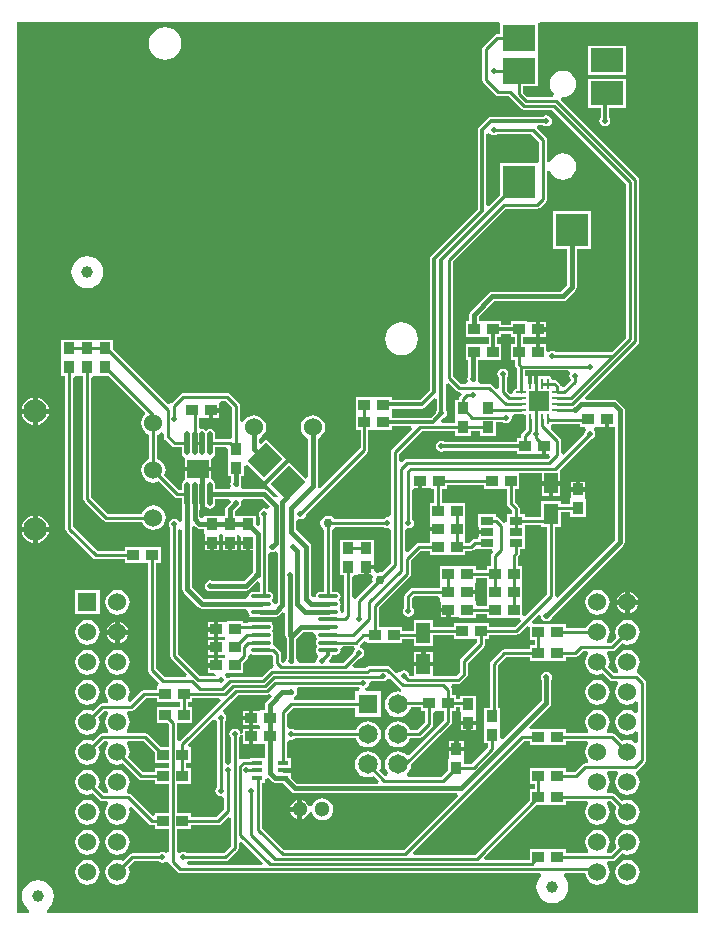
<source format=gtl>
%FSLAX25Y25*%
%MOIN*%
G70*
G01*
G75*
G04 Layer_Physical_Order=1*
G04 Layer_Color=255*
G04:AMPARAMS|DCode=10|XSize=88.58mil|YSize=76.77mil|CornerRadius=0mil|HoleSize=0mil|Usage=FLASHONLY|Rotation=225.000|XOffset=0mil|YOffset=0mil|HoleType=Round|Shape=Rectangle|*
%AMROTATEDRECTD10*
4,1,4,0.00418,0.05846,0.05846,0.00418,-0.00418,-0.05846,-0.05846,-0.00418,0.00418,0.05846,0.0*
%
%ADD10ROTATEDRECTD10*%

%ADD11O,0.06693X0.01378*%
%ADD12R,0.03937X0.03740*%
%ADD13R,0.03740X0.03937*%
%ADD14R,0.04921X0.07087*%
%ADD15O,0.00984X0.03740*%
%ADD16O,0.03740X0.00984*%
%ADD17R,0.06535X0.06535*%
%ADD18R,0.07441X0.06181*%
%ADD19O,0.01772X0.07874*%
%ADD20R,0.04331X0.02559*%
%ADD21C,0.03937*%
%ADD22R,0.03543X0.01575*%
%ADD23R,0.11024X0.07874*%
%ADD24R,0.11024X0.11024*%
%ADD25R,0.11024X0.08661*%
%ADD26C,0.01000*%
%ADD27C,0.01500*%
%ADD28C,0.01200*%
%ADD29C,0.01800*%
%ADD30C,0.06000*%
%ADD31R,0.06000X0.06000*%
%ADD32C,0.07874*%
%ADD33C,0.02953*%
%ADD34C,0.05118*%
%ADD35R,0.06496X0.06496*%
%ADD36C,0.06496*%
%ADD37C,0.02000*%
G36*
X172582Y96793D02*
Y92330D01*
X174025D01*
Y90670D01*
X172582D01*
Y89325D01*
X164000D01*
X163493Y89225D01*
X163063Y88937D01*
X159563Y85437D01*
X159275Y85007D01*
X159175Y84500D01*
Y69918D01*
X157330D01*
Y64619D01*
X157330Y64381D01*
Y64000D01*
Y63619D01*
X157330Y63381D01*
Y58082D01*
X158675D01*
Y56665D01*
X153185Y51176D01*
X150670D01*
Y52619D01*
X150561D01*
X150470Y53581D01*
X150470Y53619D01*
Y55400D01*
X145530D01*
Y53619D01*
X145530Y53581D01*
X145439Y52619D01*
X145330D01*
Y49055D01*
X143101Y46826D01*
X131763D01*
X131423Y47826D01*
X131565Y47935D01*
X132254Y48832D01*
X132687Y49878D01*
X132829Y50955D01*
X144512Y62638D01*
X146087Y64212D01*
X146374Y64642D01*
X146475Y65150D01*
Y68830D01*
X147918D01*
Y70174D01*
X149330D01*
Y68381D01*
X149439D01*
X149530Y67419D01*
X149530Y67381D01*
Y65600D01*
X154470D01*
Y67381D01*
X154470Y67419D01*
X154561Y68381D01*
X154670D01*
Y73918D01*
X149330D01*
Y72825D01*
X147918D01*
Y74170D01*
X146475D01*
Y75850D01*
X146374Y76358D01*
X146162Y76674D01*
X146369Y77469D01*
X146454Y77675D01*
X148500D01*
X149007Y77775D01*
X149437Y78063D01*
X151337Y79963D01*
X151625Y80393D01*
X151725Y80900D01*
Y84851D01*
X157087Y90212D01*
X157374Y90642D01*
X157475Y91150D01*
Y92830D01*
X158918D01*
Y94174D01*
X168000D01*
X168507Y94275D01*
X168937Y94563D01*
X171582Y97207D01*
X172582Y96793D01*
D02*
G37*
G36*
X69376Y72251D02*
X55744Y58619D01*
X55607Y58625D01*
X54744Y58938D01*
Y64830D01*
X59918D01*
Y70170D01*
X58475D01*
Y71830D01*
X59918D01*
Y73175D01*
X68994D01*
X69376Y72251D01*
D02*
G37*
G36*
X86604Y73839D02*
X84651Y71886D01*
X84308Y71373D01*
X84188Y70768D01*
Y69112D01*
X83000D01*
Y69003D01*
X82038Y68912D01*
X82000Y68912D01*
X80219D01*
Y66442D01*
Y63972D01*
X82000D01*
X82038Y63972D01*
X82081Y63968D01*
X82459Y63887D01*
Y62865D01*
X82081Y62784D01*
X82038Y62780D01*
X82000Y62780D01*
X80219D01*
Y60310D01*
Y57840D01*
X82000D01*
X82038Y57840D01*
X83000Y57749D01*
Y57640D01*
X84188D01*
Y53146D01*
X79098D01*
Y52885D01*
X77188D01*
X76681Y52784D01*
X76425Y52613D01*
X75425Y52923D01*
Y59744D01*
X75796Y60298D01*
X75901Y60827D01*
X76901Y60728D01*
Y57840D01*
X78719D01*
Y60310D01*
Y62780D01*
X76901D01*
Y61272D01*
X75901Y61173D01*
X75796Y61702D01*
X75398Y62298D01*
X74802Y62696D01*
X74100Y62835D01*
X73398Y62696D01*
X72802Y62298D01*
X72404Y61702D01*
X72265Y61000D01*
X72404Y60298D01*
X72774Y59744D01*
Y51701D01*
X72000Y50835D01*
X71825Y50801D01*
X70825Y51491D01*
Y65244D01*
X71196Y65798D01*
X71335Y66500D01*
X71196Y67202D01*
X70798Y67798D01*
X70371Y68083D01*
X70144Y68835D01*
X70108Y69234D01*
X75049Y74174D01*
X85000D01*
X85507Y74275D01*
X85937Y74563D01*
X86604Y73839D01*
D02*
G37*
G36*
X155310Y122680D02*
Y122680D01*
X159892D01*
X160306Y121680D01*
X159913Y121288D01*
X159626Y120858D01*
X159525Y120350D01*
Y117170D01*
X158082D01*
Y115825D01*
X154418D01*
Y117170D01*
X149119D01*
X148881Y117170D01*
X148500D01*
X148119D01*
X147881Y117170D01*
X142582D01*
Y111830D01*
X142582D01*
Y111170D01*
X142582D01*
Y109826D01*
X133500D01*
X132993Y109725D01*
X132563Y109437D01*
X131063Y107937D01*
X130775Y107507D01*
X130675Y107000D01*
Y103256D01*
X130304Y102702D01*
X130165Y102000D01*
X130304Y101298D01*
X130702Y100702D01*
X131298Y100304D01*
X132000Y100165D01*
X132702Y100304D01*
X133298Y100702D01*
X133696Y101298D01*
X133835Y102000D01*
X133696Y102702D01*
X133326Y103256D01*
Y106451D01*
X134049Y107175D01*
X141875D01*
X142582Y106467D01*
Y105887D01*
X142582Y105831D01*
Y105830D01*
X142782Y104913D01*
X142782Y104830D01*
Y103250D01*
X145350D01*
Y102500D01*
X146100D01*
Y100030D01*
X147881D01*
X147919Y100030D01*
X148881Y99939D01*
Y99830D01*
X154418D01*
Y101174D01*
X158082D01*
Y99830D01*
X163381D01*
X163619Y99830D01*
X164000D01*
X164381D01*
X164619Y99830D01*
X169041D01*
X169455Y98830D01*
X167451Y96825D01*
X158918D01*
Y98170D01*
X153619D01*
X153381Y98170D01*
X153000D01*
X152619D01*
X152381Y98170D01*
X147082D01*
Y96825D01*
X140261D01*
Y98962D01*
X133739D01*
Y95325D01*
X129918D01*
Y96670D01*
X124619D01*
X124381Y96670D01*
X124000D01*
X123619D01*
X123381Y96670D01*
X122176D01*
Y103301D01*
X132437Y113563D01*
X132725Y113993D01*
X132826Y114500D01*
Y118951D01*
X136049Y122175D01*
X139082D01*
Y120830D01*
X144381D01*
X144619Y120830D01*
X145000D01*
X145381D01*
X145619Y120830D01*
X150918D01*
Y122175D01*
X153000D01*
X153507Y122275D01*
X153937Y122563D01*
X154310Y122936D01*
X155310Y122680D01*
D02*
G37*
G36*
X88420Y121470D02*
Y104948D01*
X87840Y104457D01*
X86864Y104855D01*
X86840Y104979D01*
X86510Y105471D01*
Y105883D01*
X86840Y106376D01*
X86955Y106957D01*
X86840Y107538D01*
X86510Y108030D01*
X86018Y108359D01*
X85437Y108475D01*
X85325D01*
Y121009D01*
X86326Y121700D01*
X86500Y121665D01*
X87202Y121804D01*
X87420Y121950D01*
X88420Y121470D01*
D02*
G37*
G36*
X48082Y71830D02*
X53619D01*
Y71830D01*
X54381D01*
Y71830D01*
X55824D01*
Y70170D01*
X54381D01*
X54381Y70170D01*
X54381D01*
X53619D01*
Y70170D01*
X53381Y70170D01*
X48082D01*
Y64830D01*
X51646D01*
X52093Y64382D01*
Y56670D01*
X49555D01*
X45288Y60937D01*
X44858Y61225D01*
X44350Y61326D01*
X38502D01*
X38286Y61602D01*
X38053Y62326D01*
X38538Y62958D01*
X38946Y63943D01*
X39085Y65000D01*
X38946Y66057D01*
X38538Y67042D01*
X38053Y67674D01*
X38286Y68398D01*
X38502Y68674D01*
X39500D01*
X40007Y68775D01*
X40437Y69063D01*
X44549Y73175D01*
X48082D01*
Y71830D01*
D02*
G37*
G36*
X191714Y58398D02*
X191947Y57674D01*
X191462Y57042D01*
X191054Y56057D01*
X190915Y55000D01*
X191054Y53943D01*
X191462Y52957D01*
X191947Y52325D01*
X191714Y51602D01*
X191498Y51326D01*
X191000D01*
X190493Y51225D01*
X190063Y50937D01*
X187451Y48325D01*
X184418D01*
Y49670D01*
X179119D01*
X178881Y49670D01*
X178500D01*
X178119D01*
X177881Y49670D01*
X172582D01*
Y44330D01*
X174025D01*
Y42670D01*
X172582D01*
Y39106D01*
X154146Y20670D01*
X133851D01*
X133468Y21594D01*
X170549Y58675D01*
X172582D01*
Y57330D01*
X177881D01*
X178119Y57330D01*
X178500D01*
X178881D01*
X179119Y57330D01*
X184418D01*
Y58675D01*
X191498D01*
X191714Y58398D01*
D02*
G37*
G36*
X50555Y161208D02*
X50574Y161189D01*
Y160100D01*
X50675Y159593D01*
X50963Y159163D01*
X53098Y157027D01*
X53528Y156740D01*
X54035Y156639D01*
X56443D01*
Y154913D01*
X56573Y154256D01*
X56911Y153750D01*
X56946Y153698D01*
X57516Y153259D01*
X57679Y152348D01*
Y152271D01*
Y150250D01*
X66321D01*
Y152271D01*
Y152348D01*
X66484Y153259D01*
X67054Y153698D01*
X67089Y153750D01*
X67427Y154256D01*
X67557Y154913D01*
Y156639D01*
X71123D01*
X71830Y155932D01*
Y153619D01*
X71830Y153381D01*
Y153000D01*
Y152619D01*
X71830Y152381D01*
Y147082D01*
X72920D01*
Y145375D01*
X72804Y145202D01*
X72665Y144500D01*
X72804Y143798D01*
X72926Y143616D01*
X72417Y142616D01*
X67557D01*
Y144087D01*
X67427Y144744D01*
X67089Y145250D01*
X67054Y145302D01*
X66484Y145741D01*
X66321Y146652D01*
Y146729D01*
Y148750D01*
X57679D01*
Y146729D01*
Y146652D01*
X57516Y145741D01*
X56946Y145302D01*
X56911Y145250D01*
X56573Y144744D01*
X56443Y144087D01*
Y142533D01*
X55443Y142432D01*
X50649Y147226D01*
X50946Y147943D01*
X51085Y149000D01*
X50946Y150057D01*
X50538Y151042D01*
X49889Y151889D01*
X49042Y152538D01*
X48325Y152835D01*
Y160913D01*
X49042Y161210D01*
X49575Y161619D01*
X50555Y161208D01*
D02*
G37*
G36*
X136600Y143030D02*
X138381D01*
X138419Y143030D01*
X139381Y142939D01*
Y142830D01*
X140525D01*
Y138170D01*
X139082D01*
Y132887D01*
X139082Y132831D01*
Y132830D01*
X139282Y131913D01*
X139282Y131830D01*
Y130250D01*
X141850D01*
Y128750D01*
X139282D01*
Y127170D01*
X139282Y127087D01*
X139082Y126170D01*
Y126170D01*
X139082Y126113D01*
Y124826D01*
X135500D01*
X134993Y124725D01*
X134563Y124437D01*
X131849Y121724D01*
X130926Y122107D01*
Y128942D01*
X131925Y129680D01*
X132000Y129665D01*
X132702Y129804D01*
X133298Y130202D01*
X133696Y130798D01*
X133835Y131500D01*
X133696Y132202D01*
X133326Y132756D01*
Y142323D01*
X134033Y143030D01*
X135100D01*
Y145500D01*
X136600D01*
Y143030D01*
D02*
G37*
G36*
X157082Y142830D02*
X162381D01*
X162619Y142830D01*
X163000D01*
X163381D01*
X163619Y142830D01*
X164824D01*
Y137850D01*
X164925Y137343D01*
X165212Y136913D01*
X166399Y135727D01*
Y134320D01*
X164759D01*
Y131968D01*
X164454Y131759D01*
X163759Y131584D01*
X162166Y133177D01*
X161736Y133465D01*
X161241Y133563D01*
Y134320D01*
X155310D01*
Y130161D01*
X155510D01*
Y129250D01*
X158276D01*
Y127750D01*
X155510D01*
Y126839D01*
X155310D01*
Y126085D01*
X154260D01*
X153753Y125984D01*
X153323Y125697D01*
X152451Y124826D01*
X150918D01*
Y126170D01*
X150918D01*
Y126830D01*
X150918D01*
Y132170D01*
X150918D01*
Y132830D01*
X150918D01*
Y138170D01*
X145619D01*
X145381Y138170D01*
X145000D01*
X144619D01*
X144381Y138170D01*
X143176D01*
Y142830D01*
X144918D01*
Y144175D01*
X157082D01*
Y142830D01*
D02*
G37*
G36*
X64030Y136698D02*
X64351Y136913D01*
X64391Y136888D01*
X65181Y136396D01*
X65181Y136396D01*
D01*
X65181Y136396D01*
X65839Y136265D01*
X66035Y136304D01*
X66107Y136319D01*
X66260Y136349D01*
X66496Y136396D01*
X66950Y136699D01*
X67054Y136769D01*
X67427Y137326D01*
X67557Y137984D01*
Y139455D01*
X72105D01*
X72358Y139182D01*
X72712Y138587D01*
X72720Y138455D01*
X71382Y137118D01*
X71040Y136605D01*
X70920Y136000D01*
Y133918D01*
X69830D01*
Y133918D01*
X69170D01*
Y133918D01*
X63830D01*
Y133596D01*
X62830Y133213D01*
X62301Y133663D01*
Y135740D01*
X62530Y135911D01*
Y141035D01*
X64030D01*
Y136698D01*
D02*
G37*
G36*
X85807Y136958D02*
X85743Y136703D01*
X84702Y136196D01*
X84000Y136335D01*
X83298Y136196D01*
X82702Y135798D01*
X82304Y135202D01*
X82165Y134500D01*
X82304Y133798D01*
X82674Y133244D01*
Y130853D01*
X81711Y130428D01*
X81170Y130860D01*
Y133918D01*
X75830D01*
Y133918D01*
X75170D01*
Y133918D01*
X74080D01*
Y135345D01*
X74999Y136264D01*
X75202Y136304D01*
X75798Y136702D01*
X76196Y137298D01*
X76335Y138000D01*
X76245Y138455D01*
X76666Y139208D01*
X76895Y139455D01*
X83310D01*
X85807Y136958D01*
D02*
G37*
G36*
X114164Y89410D02*
X114188Y89277D01*
X113804Y88702D01*
X113674Y88049D01*
X110351Y84725D01*
X105827D01*
X105770Y84759D01*
X105370Y85725D01*
X106230Y86585D01*
X106230Y86585D01*
X106539Y87048D01*
X106634Y87525D01*
X107878D01*
X108459Y87641D01*
X108951Y87970D01*
X109281Y88462D01*
X109396Y89043D01*
X109350Y89277D01*
X109858Y90116D01*
X110047Y90277D01*
X113868D01*
X114164Y89410D01*
D02*
G37*
G36*
X176239Y130038D02*
X178174D01*
Y107549D01*
X170918Y100293D01*
X169918Y100707D01*
Y105170D01*
X169918D01*
Y105830D01*
X169918D01*
Y111170D01*
X169918D01*
Y111830D01*
X169918D01*
Y117170D01*
X168475D01*
Y120101D01*
X168662Y120287D01*
X168949Y120717D01*
X169050Y121224D01*
Y122680D01*
X170690D01*
Y126420D01*
Y130161D01*
Y130915D01*
X176239D01*
Y130038D01*
D02*
G37*
G36*
X101045Y94161D02*
X101160Y93580D01*
X101489Y93088D01*
Y92676D01*
X101160Y92183D01*
X101045Y91602D01*
X101160Y91021D01*
X101489Y90529D01*
Y90117D01*
X101160Y89624D01*
X101045Y89043D01*
X101160Y88462D01*
X101489Y87970D01*
X101636Y87872D01*
X101799Y86962D01*
X101794Y86858D01*
X101752Y86683D01*
X101430Y86202D01*
X101291Y85500D01*
X100425Y84725D01*
X95701D01*
X94835Y85500D01*
X94696Y86202D01*
X94580Y86375D01*
Y92845D01*
X96875Y95140D01*
X100315D01*
X101045Y94161D01*
D02*
G37*
G36*
X147082Y92830D02*
X152381D01*
X152619Y92830D01*
X153000D01*
X153381D01*
X153619Y92830D01*
X154824D01*
Y91699D01*
X149463Y86337D01*
X149175Y85907D01*
X149074Y85400D01*
Y81449D01*
X147951Y80326D01*
X140061D01*
Y83632D01*
X133939D01*
Y80326D01*
X132549D01*
X132325Y80549D01*
X132196Y81202D01*
X131798Y81798D01*
X131202Y82196D01*
X130500Y82335D01*
X129798Y82196D01*
X129202Y81798D01*
X129135Y81697D01*
X127921Y81497D01*
X125881Y83537D01*
X125451Y83825D01*
X124944Y83925D01*
X119130D01*
X118623Y83825D01*
X118193Y83537D01*
X117681Y83025D01*
X113707D01*
X113324Y83949D01*
X115549Y86174D01*
X116202Y86304D01*
X116798Y86702D01*
X117196Y87298D01*
X117335Y88000D01*
X117196Y88702D01*
X116798Y89298D01*
X116202Y89696D01*
X115961Y89744D01*
X115759Y90185D01*
X115689Y90815D01*
X117082Y92207D01*
X118082Y91793D01*
Y91330D01*
X123381D01*
X123619Y91330D01*
X124000D01*
X124381D01*
X124619Y91330D01*
X129918D01*
Y92674D01*
X133739D01*
Y90275D01*
X140261D01*
Y94174D01*
X147082D01*
Y92830D01*
D02*
G37*
G36*
X191714Y88398D02*
X191947Y87674D01*
X191462Y87042D01*
X191054Y86057D01*
X190915Y85000D01*
X191054Y83943D01*
X191462Y82958D01*
X192112Y82112D01*
X192957Y81462D01*
X193943Y81054D01*
X195000Y80915D01*
X196057Y81054D01*
X196774Y81351D01*
X199063Y79063D01*
X199493Y78775D01*
X200000Y78675D01*
X201499D01*
X201714Y78398D01*
X201947Y77675D01*
X201462Y77043D01*
X201054Y76057D01*
X200915Y75000D01*
X201054Y73943D01*
X201462Y72957D01*
X202112Y72111D01*
X202958Y71462D01*
X203943Y71054D01*
X205000Y70915D01*
X206057Y71054D01*
X207043Y71462D01*
X207675Y71947D01*
X208398Y71714D01*
X208675Y71499D01*
Y68502D01*
X208398Y68286D01*
X207675Y68053D01*
X207043Y68538D01*
X206057Y68946D01*
X205000Y69085D01*
X203943Y68946D01*
X202958Y68538D01*
X202112Y67888D01*
X201462Y67042D01*
X201054Y66057D01*
X200915Y65000D01*
X201054Y63943D01*
X201462Y62958D01*
X202112Y62112D01*
X202958Y61462D01*
X203943Y61054D01*
X205000Y60915D01*
X206057Y61054D01*
X207043Y61462D01*
X207675Y61947D01*
X208398Y61714D01*
X208675Y61498D01*
Y58501D01*
X208398Y58286D01*
X207675Y58053D01*
X207043Y58538D01*
X206057Y58946D01*
X205000Y59085D01*
X203943Y58946D01*
X203226Y58649D01*
X200937Y60937D01*
X200507Y61225D01*
X200000Y61326D01*
X198502D01*
X198286Y61602D01*
X198053Y62326D01*
X198538Y62958D01*
X198946Y63943D01*
X199085Y65000D01*
X198946Y66057D01*
X198538Y67042D01*
X197889Y67888D01*
X197043Y68538D01*
X196057Y68946D01*
X195000Y69085D01*
X193943Y68946D01*
X192957Y68538D01*
X192112Y67888D01*
X191462Y67042D01*
X191054Y66057D01*
X190915Y65000D01*
X191054Y63943D01*
X191462Y62958D01*
X191947Y62326D01*
X191714Y61602D01*
X191498Y61326D01*
X184418D01*
Y62670D01*
X179119D01*
X178881Y62670D01*
X178500D01*
X178119D01*
X177881Y62670D01*
X172819D01*
X172280Y63545D01*
X179118Y70382D01*
X179460Y70895D01*
X179580Y71500D01*
Y79125D01*
X179696Y79298D01*
X179835Y80000D01*
X179696Y80702D01*
X179298Y81298D01*
X178702Y81696D01*
X178000Y81835D01*
X177298Y81696D01*
X176702Y81298D01*
X176304Y80702D01*
X176165Y80000D01*
X176304Y79298D01*
X176420Y79125D01*
Y72155D01*
X163594Y59329D01*
X162670Y59712D01*
Y63381D01*
X162670Y63619D01*
Y64000D01*
Y64381D01*
X162670Y64619D01*
Y69918D01*
X161826D01*
Y83951D01*
X164549Y86674D01*
X172582D01*
Y85330D01*
X177881D01*
X178119Y85330D01*
X178500D01*
X178881D01*
X179119Y85330D01*
X184418D01*
Y86674D01*
X187500D01*
X188007Y86775D01*
X188437Y87063D01*
X190049Y88674D01*
X191498D01*
X191714Y88398D01*
D02*
G37*
G36*
X56581Y129037D02*
Y109339D01*
X56701Y108734D01*
X57044Y108221D01*
X61985Y103280D01*
X62498Y102938D01*
X63102Y102817D01*
X77874D01*
X78604Y101839D01*
X78720Y101258D01*
X79049Y100765D01*
X78943Y100030D01*
X87283D01*
X87409Y100208D01*
X87498Y100258D01*
X87839D01*
X88443Y100379D01*
X88956Y100721D01*
X89996Y101761D01*
X90920Y101378D01*
Y94000D01*
X91040Y93395D01*
X91382Y92883D01*
X91420Y92845D01*
Y86375D01*
X91304Y86202D01*
X91165Y85500D01*
X90299Y84725D01*
X90049D01*
X89523Y85252D01*
Y87858D01*
X89422Y88365D01*
X89135Y88795D01*
X87949Y89981D01*
X87533Y90259D01*
X87517Y90270D01*
X86958Y90890D01*
X86924Y91218D01*
X86910Y91377D01*
X86955Y91602D01*
X86840Y92183D01*
X86840Y92183D01*
Y92183D01*
X86712Y92882D01*
X86840Y93580D01*
Y93581D01*
X86840Y93580D01*
Y93581D01*
X86955Y94161D01*
X86875Y94566D01*
Y94566D01*
Y94566D01*
X86875Y94566D01*
X86840Y94742D01*
X86726Y94912D01*
X86510Y95415D01*
Y95647D01*
X86840Y96140D01*
X86955Y96720D01*
X86840Y97301D01*
X86510Y97794D01*
X86616Y98529D01*
X78560D01*
X78412Y98270D01*
X78193Y98046D01*
X76918D01*
Y98670D01*
X71381D01*
Y98561D01*
X70419Y98470D01*
X70381Y98470D01*
X68600D01*
Y96000D01*
Y93530D01*
X70381D01*
X70419Y93530D01*
X70462Y93526D01*
X70711Y93473D01*
Y92527D01*
X70462Y92474D01*
X70419Y92470D01*
X70381Y92470D01*
X68600D01*
Y90000D01*
Y87530D01*
X70381D01*
X70419Y87530D01*
X70462Y87526D01*
X70711Y87473D01*
Y86527D01*
X70462Y86474D01*
X70419Y86470D01*
X70381Y86470D01*
X68600D01*
Y84000D01*
X67850D01*
Y83250D01*
X65282D01*
Y81530D01*
X67242D01*
X67728Y80530D01*
X67568Y80326D01*
X62549D01*
X55326Y87549D01*
Y129212D01*
X55581Y129460D01*
X56581Y129037D01*
D02*
G37*
G36*
X115876Y76298D02*
X115475Y75298D01*
X114202D01*
Y72416D01*
X94035D01*
X93947Y72652D01*
X93869Y73416D01*
X94298Y73702D01*
X94696Y74298D01*
X94835Y75000D01*
X94701Y75674D01*
X94696Y75704D01*
X95249Y76674D01*
X115484D01*
X115876Y76298D01*
D02*
G37*
G36*
X61233Y130032D02*
X61746Y129690D01*
X62350Y129569D01*
X63830D01*
Y128381D01*
X63939D01*
X64030Y127419D01*
X64030Y127381D01*
Y125600D01*
X68970D01*
Y127381D01*
X68970Y127419D01*
X68974Y127462D01*
X69027Y127711D01*
X69973D01*
X70026Y127462D01*
X70030Y127419D01*
X70030Y127381D01*
Y125600D01*
X74970D01*
Y127381D01*
X74970Y127419D01*
X74974Y127462D01*
X75027Y127711D01*
X75142D01*
X75155Y127706D01*
X76030Y126734D01*
Y125600D01*
X78500D01*
Y124850D01*
X79250D01*
Y122282D01*
X80140D01*
Y115204D01*
X79804Y114702D01*
X79764Y114499D01*
X77345Y112080D01*
X66875D01*
X66702Y112196D01*
X66000Y112335D01*
X65298Y112196D01*
X64702Y111798D01*
X64304Y111202D01*
X64165Y110500D01*
X64304Y109798D01*
X64702Y109202D01*
X65298Y108804D01*
X66000Y108665D01*
X66702Y108804D01*
X66875Y108920D01*
X78000D01*
X78605Y109040D01*
X79118Y109382D01*
X81674Y111940D01*
X82651Y111535D01*
X82674Y111509D01*
Y108475D01*
X80122D01*
X79541Y108359D01*
X79049Y108030D01*
X78720Y107538D01*
X78604Y106957D01*
X77874Y105978D01*
X63757D01*
X59742Y109993D01*
Y130217D01*
X60666Y130599D01*
X61233Y130032D01*
D02*
G37*
G36*
X124298Y129804D02*
X125000Y129665D01*
X125174Y129700D01*
X126174Y129009D01*
Y118049D01*
X123085Y114960D01*
X122500Y115076D01*
X121514Y114880D01*
X121470Y114850D01*
X120470Y115385D01*
Y116100D01*
X118750D01*
Y114282D01*
X119449D01*
X119703Y113981D01*
X120080Y113282D01*
X119924Y112500D01*
X120041Y111915D01*
X114563Y106437D01*
X114325Y106082D01*
X114253Y106074D01*
X113326Y106688D01*
Y113375D01*
X114033Y114082D01*
X114613D01*
X114670Y114082D01*
X114670D01*
X115587Y114282D01*
X115670Y114282D01*
X117250D01*
Y116850D01*
X118000D01*
Y117600D01*
X120470D01*
Y119381D01*
X120470Y119419D01*
X120561Y120381D01*
X120670D01*
Y125918D01*
X115330D01*
Y125918D01*
X114670D01*
Y125918D01*
X109330D01*
Y120619D01*
X109330Y120381D01*
Y120000D01*
Y119619D01*
X109330Y119381D01*
Y114082D01*
X110675D01*
Y101901D01*
X109977Y101438D01*
X109553Y101671D01*
X109391Y101811D01*
X109396Y101839D01*
X109281Y102419D01*
X109281Y102420D01*
Y102420D01*
X109153Y103118D01*
X109281Y103817D01*
Y103817D01*
X109281Y103817D01*
Y103817D01*
X109396Y104398D01*
X109316Y104802D01*
Y104802D01*
Y104802D01*
X109316Y104802D01*
X109281Y104979D01*
X109167Y105148D01*
X108951Y105651D01*
Y105883D01*
X109281Y106376D01*
X109396Y106957D01*
X109281Y107538D01*
X108951Y108030D01*
X108459Y108359D01*
X107878Y108475D01*
X106546D01*
Y129144D01*
X107042Y129475D01*
X107509Y130175D01*
X123744D01*
X124298Y129804D01*
D02*
G37*
G36*
X80122Y87525D02*
X85437D01*
X86009Y87639D01*
X86146Y87569D01*
X86872Y87160D01*
Y84703D01*
X86973Y84195D01*
X87086Y84026D01*
X86775Y83211D01*
X86601Y83011D01*
X86167Y82925D01*
X85737Y82637D01*
X83126Y80026D01*
X72600D01*
X72600Y80026D01*
X72093Y79925D01*
X71477Y79772D01*
X71104Y80042D01*
X70913Y80934D01*
X70923Y80987D01*
X71104Y81296D01*
X71423Y81330D01*
X76918D01*
Y84894D01*
X78155Y86131D01*
X78443Y86561D01*
X78544Y87068D01*
Y87104D01*
X79541Y87641D01*
X80122Y87525D01*
D02*
G37*
G36*
X129207Y76463D02*
X129637Y76175D01*
X129411Y75215D01*
X128500Y75335D01*
X127378Y75187D01*
X126332Y74754D01*
X125435Y74065D01*
X124746Y73168D01*
X124313Y72122D01*
X124165Y71000D01*
X124313Y69878D01*
X124746Y68832D01*
X125435Y67935D01*
X126332Y67246D01*
X127378Y66813D01*
X128500Y66665D01*
X129622Y66813D01*
X130668Y67246D01*
X131565Y67935D01*
X132254Y68832D01*
X132687Y69878D01*
X132726Y70174D01*
X136082D01*
Y68830D01*
X137525D01*
Y64899D01*
X134951Y62326D01*
X132603D01*
X132254Y63168D01*
X131565Y64065D01*
X130668Y64754D01*
X129622Y65187D01*
X128500Y65335D01*
X127378Y65187D01*
X126332Y64754D01*
X125435Y64065D01*
X124746Y63168D01*
X124313Y62122D01*
X124165Y61000D01*
X124313Y59878D01*
X124746Y58832D01*
X125435Y57935D01*
X126332Y57246D01*
X127378Y56813D01*
X128500Y56665D01*
X129622Y56813D01*
X130668Y57246D01*
X131565Y57935D01*
X132254Y58832D01*
X132603Y59675D01*
X135500D01*
X136007Y59775D01*
X136437Y60063D01*
X139788Y63413D01*
X140075Y63843D01*
X140176Y64350D01*
Y68123D01*
X140883Y68830D01*
X141381D01*
X141619Y68830D01*
X142000D01*
X142381D01*
X142619Y68830D01*
X143824D01*
Y65699D01*
X142638Y64512D01*
X132152Y54027D01*
X131565Y54065D01*
X130668Y54754D01*
X129622Y55187D01*
X128500Y55335D01*
X127378Y55187D01*
X126332Y54754D01*
X125435Y54065D01*
X124746Y53168D01*
X124313Y52122D01*
X124165Y51000D01*
X124313Y49878D01*
X124746Y48832D01*
X125212Y48225D01*
X124957Y47333D01*
X124817Y47157D01*
X124295Y47080D01*
X122339Y49036D01*
X122687Y49878D01*
X122835Y51000D01*
X122687Y52122D01*
X122254Y53168D01*
X121565Y54065D01*
X120668Y54754D01*
X119622Y55187D01*
X118500Y55335D01*
X117378Y55187D01*
X116332Y54754D01*
X115435Y54065D01*
X114746Y53168D01*
X114313Y52122D01*
X114165Y51000D01*
X114313Y49878D01*
X114746Y48832D01*
X115435Y47935D01*
X116332Y47246D01*
X117378Y46813D01*
X118500Y46665D01*
X119622Y46813D01*
X120464Y47161D01*
X122121Y45504D01*
X121739Y44580D01*
X94820D01*
X92902Y46498D01*
Y48028D01*
X92702D01*
Y48250D01*
X90331D01*
Y49750D01*
X92702D01*
Y49972D01*
X92902D01*
Y53146D01*
X91656D01*
Y58530D01*
X91810Y58716D01*
X92656Y59233D01*
X93000Y59165D01*
X93702Y59304D01*
X94256Y59675D01*
X114397D01*
X114746Y58832D01*
X115435Y57935D01*
X116332Y57246D01*
X117378Y56813D01*
X118500Y56665D01*
X119622Y56813D01*
X120668Y57246D01*
X121565Y57935D01*
X122254Y58832D01*
X122687Y59878D01*
X122835Y61000D01*
X122687Y62122D01*
X122254Y63168D01*
X121565Y64065D01*
X120668Y64754D01*
X119622Y65187D01*
X118500Y65335D01*
X117378Y65187D01*
X116332Y64754D01*
X115435Y64065D01*
X114746Y63168D01*
X114397Y62326D01*
X94256D01*
X93702Y62696D01*
X93000Y62835D01*
X92656Y62767D01*
X91810Y63284D01*
X91656Y63470D01*
Y67872D01*
X93549Y69765D01*
X114202D01*
Y66702D01*
X122798D01*
Y75298D01*
X117769D01*
X117670Y76298D01*
X117702Y76304D01*
X118298Y76702D01*
X118696Y77298D01*
X118835Y78000D01*
X119701Y78774D01*
X122948D01*
X123500Y78665D01*
X124202Y78804D01*
X124798Y79202D01*
X124900Y79355D01*
X126093Y79576D01*
X129207Y76463D01*
D02*
G37*
G36*
X158082Y111830D02*
X158082D01*
X158082Y111830D01*
Y111170D01*
X158082D01*
X158082Y111170D01*
Y106170D01*
X158082Y105830D01*
Y105500D01*
Y105170D01*
X158082Y104830D01*
Y103825D01*
X155125D01*
X154418Y104533D01*
Y105113D01*
X154418Y105169D01*
Y105170D01*
X154218Y106087D01*
X154218Y106170D01*
Y107750D01*
X151650D01*
Y109250D01*
X154218D01*
Y110830D01*
X154218Y110913D01*
X154418Y111830D01*
Y111830D01*
X154418Y111887D01*
Y113174D01*
X158082D01*
Y111830D01*
D02*
G37*
G36*
X47582Y54894D02*
Y51330D01*
X52093D01*
Y49670D01*
X47582D01*
Y48325D01*
X43549D01*
X38649Y53226D01*
X38946Y53943D01*
X39085Y55000D01*
X38946Y56057D01*
X38538Y57042D01*
X38053Y57674D01*
X38286Y58398D01*
X38502Y58675D01*
X43801D01*
X47582Y54894D01*
D02*
G37*
G36*
X44156Y168320D02*
X44111Y167637D01*
X43462Y166790D01*
X43054Y165805D01*
X42915Y164748D01*
X43054Y163691D01*
X43462Y162706D01*
X44111Y161860D01*
X44958Y161210D01*
X45674Y160913D01*
Y152835D01*
X44958Y152538D01*
X44111Y151889D01*
X43462Y151042D01*
X43054Y150057D01*
X42915Y149000D01*
X43054Y147943D01*
X43462Y146958D01*
X44111Y146112D01*
X44958Y145462D01*
X45943Y145054D01*
X47000Y144915D01*
X48057Y145054D01*
X48774Y145351D01*
X54027Y140098D01*
X54457Y139811D01*
X54965Y139710D01*
X56443D01*
Y137984D01*
X56573Y137326D01*
X56581Y137315D01*
Y132040D01*
X56381Y131964D01*
X55581Y131874D01*
X55298Y132298D01*
X54702Y132696D01*
X54000Y132835D01*
X53298Y132696D01*
X52702Y132298D01*
X52304Y131702D01*
X52165Y131000D01*
X52304Y130298D01*
X52675Y129744D01*
Y87000D01*
X52775Y86493D01*
X53063Y86063D01*
X58176Y80949D01*
X57793Y80026D01*
X50849D01*
X47826Y83049D01*
Y117980D01*
X49418D01*
Y123320D01*
X44119D01*
X43881Y123320D01*
X43500D01*
X43119D01*
X42881Y123320D01*
X37582D01*
Y121975D01*
X28399D01*
X20325Y130049D01*
Y179875D01*
X21033Y180582D01*
X21330D01*
X21670Y180582D01*
X22000D01*
X22330D01*
X22670Y180582D01*
X23674D01*
Y139500D01*
X23775Y138993D01*
X24063Y138563D01*
X30311Y132315D01*
X30741Y132027D01*
X31248Y131927D01*
X43165D01*
X43462Y131210D01*
X44111Y130364D01*
X44958Y129714D01*
X45943Y129306D01*
X47000Y129167D01*
X48057Y129306D01*
X49042Y129714D01*
X49889Y130364D01*
X50538Y131210D01*
X50946Y132195D01*
X51085Y133252D01*
X50946Y134309D01*
X50538Y135294D01*
X49889Y136141D01*
X49042Y136790D01*
X48057Y137198D01*
X47000Y137337D01*
X45943Y137198D01*
X44958Y136790D01*
X44111Y136141D01*
X43462Y135294D01*
X43165Y134577D01*
X31797D01*
X26326Y140049D01*
Y179875D01*
X27033Y180582D01*
X27330D01*
X27670Y180582D01*
X28000D01*
X28330D01*
X28670Y180582D01*
X31894D01*
X44156Y168320D01*
D02*
G37*
G36*
X166082Y193330D02*
X167423D01*
Y191170D01*
X166082D01*
Y185830D01*
X167525D01*
Y184344D01*
X167626Y183837D01*
X167913Y183407D01*
X168269Y183051D01*
Y176270D01*
X168216D01*
X167712Y176170D01*
X167285Y175884D01*
X166999Y175457D01*
X166899Y174953D01*
X166184Y174401D01*
X165993Y174381D01*
X164825Y175549D01*
Y179744D01*
X165196Y180298D01*
X165335Y181000D01*
X165196Y181702D01*
X164798Y182298D01*
X164202Y182696D01*
X163500Y182835D01*
X162798Y182696D01*
X162202Y182298D01*
X161804Y181702D01*
X161665Y181000D01*
X161804Y180298D01*
X162174Y179744D01*
Y176506D01*
X161251Y176124D01*
X159937Y177437D01*
X159507Y177725D01*
X159000Y177825D01*
X155749D01*
X155196Y178796D01*
X155201Y178825D01*
X155335Y179500D01*
X155196Y180202D01*
X155080Y180375D01*
Y185830D01*
X156619D01*
Y185830D01*
X157381D01*
Y185830D01*
X162918D01*
Y191170D01*
X161577D01*
Y193330D01*
X162918D01*
Y194573D01*
X166082D01*
Y193330D01*
D02*
G37*
G36*
X185853Y181274D02*
X185804Y181202D01*
X185665Y180500D01*
X185804Y179798D01*
X186174Y179244D01*
Y179074D01*
X183731Y176631D01*
X182731Y177045D01*
Y177094D01*
X182630Y177602D01*
X182343Y178032D01*
X181532Y178843D01*
X181102Y179130D01*
X180594Y179231D01*
X179770D01*
Y179284D01*
X179670Y179788D01*
X179619Y179865D01*
X179384Y180215D01*
X179384Y180215D01*
X178957Y180501D01*
X178913Y180509D01*
X178888Y180515D01*
X178888D01*
X178826Y180527D01*
X178453Y180601D01*
X177950Y180501D01*
X177894Y180500D01*
X177469Y180495D01*
X176988Y180501D01*
X176988D01*
D01*
X176988D01*
X176484Y180601D01*
X175980Y180501D01*
Y180501D01*
X175980Y180501D01*
D01*
X175952Y180491D01*
X175266Y180295D01*
Y179782D01*
X175167Y179284D01*
Y177946D01*
X175159Y177906D01*
X173766D01*
Y180298D01*
X173531Y180288D01*
X173297Y180298D01*
Y177906D01*
X171797D01*
Y180294D01*
X171111Y180490D01*
X170920Y180614D01*
Y182274D01*
X185318D01*
X185853Y181274D01*
D02*
G37*
G36*
X67165Y65855D02*
X67917Y65629D01*
X68174Y65244D01*
Y43456D01*
X67804Y42902D01*
X67665Y42200D01*
X67804Y41498D01*
X68202Y40902D01*
X68798Y40504D01*
X69500Y40365D01*
X69674Y40400D01*
X70675Y39709D01*
Y36049D01*
X68051Y33426D01*
X64130D01*
X63627Y33325D01*
X59418D01*
Y34670D01*
X54744D01*
Y44330D01*
X59418D01*
Y49670D01*
X57975D01*
Y51330D01*
X59418D01*
Y56670D01*
X58959D01*
X58545Y57670D01*
X66766Y65892D01*
X67165Y65855D01*
D02*
G37*
G36*
X141573Y172640D02*
Y169104D01*
X141304Y168702D01*
X141210Y168229D01*
X139459Y166478D01*
X126418D01*
Y167670D01*
X126418D01*
Y168226D01*
X126418D01*
Y169573D01*
X136500D01*
X136500Y169573D01*
X137046Y169681D01*
X137509Y169991D01*
X140573Y173054D01*
X141573Y172640D01*
D02*
G37*
G36*
X83376Y18249D02*
X82994Y17325D01*
X58652D01*
X58214Y18326D01*
X58537Y18675D01*
X71000D01*
X71507Y18775D01*
X71937Y19063D01*
X75037Y22163D01*
X75325Y22593D01*
X75425Y23100D01*
Y24893D01*
X76349Y25276D01*
X83376Y18249D01*
D02*
G37*
G36*
X228471Y1529D02*
X11620D01*
X11516Y1725D01*
X11359Y2529D01*
X12271Y3229D01*
X13118Y4334D01*
X13651Y5620D01*
X13833Y7000D01*
X13651Y8380D01*
X13118Y9666D01*
X12271Y10771D01*
X11166Y11618D01*
X9880Y12151D01*
X8500Y12333D01*
X7120Y12151D01*
X5834Y11618D01*
X4729Y10771D01*
X3882Y9666D01*
X3349Y8380D01*
X3167Y7000D01*
X3349Y5620D01*
X3882Y4334D01*
X4729Y3229D01*
X5641Y2529D01*
X5484Y1725D01*
X5379Y1529D01*
X1529D01*
Y298471D01*
X161707D01*
X162621Y298265D01*
X162621Y297471D01*
Y294459D01*
X161634D01*
X161127Y294358D01*
X160697Y294071D01*
X157063Y290437D01*
X156775Y290007D01*
X156675Y289500D01*
Y279000D01*
X156775Y278493D01*
X157063Y278063D01*
X161063Y274063D01*
X161493Y273775D01*
X162000Y273675D01*
X165409D01*
X169520Y269563D01*
X169950Y269275D01*
X170458Y269175D01*
X179951D01*
X204574Y244551D01*
Y193212D01*
X199688Y188326D01*
X181256D01*
X180702Y188696D01*
X180000Y188835D01*
X179298Y188696D01*
X178702Y188298D01*
X177718Y188625D01*
Y190970D01*
X175900D01*
Y188500D01*
X174400D01*
Y190970D01*
X172619D01*
X172581Y190970D01*
X171619Y191061D01*
Y191170D01*
X170278D01*
Y193330D01*
X171619D01*
Y193439D01*
X172581Y193530D01*
X172619Y193530D01*
X174400D01*
Y196000D01*
Y198470D01*
X172619D01*
X172581Y198470D01*
X171619Y198561D01*
Y198670D01*
X166082D01*
Y197427D01*
X162918D01*
Y198670D01*
X157619D01*
X157381Y198670D01*
X157000D01*
X156619D01*
X156431Y198670D01*
X155431Y198790D01*
Y200196D01*
X160655Y205420D01*
X183500D01*
X184105Y205540D01*
X184617Y205883D01*
X187570Y208835D01*
X187913Y209348D01*
X188033Y209953D01*
Y222649D01*
X192765D01*
Y235272D01*
X180141D01*
Y222649D01*
X184872D01*
Y210607D01*
X182845Y208580D01*
X160000D01*
X159395Y208460D01*
X158882Y208118D01*
X152733Y201968D01*
X152390Y201455D01*
X152270Y200850D01*
Y198670D01*
X151082D01*
Y193330D01*
X156381D01*
X156619Y193330D01*
X157000D01*
X157381D01*
X157619Y193330D01*
X158722D01*
Y191170D01*
X157381D01*
Y191170D01*
X156619D01*
Y191170D01*
X151082D01*
Y185830D01*
X151920D01*
Y180375D01*
X151804Y180202D01*
X151665Y179500D01*
X151799Y178825D01*
X151804Y178796D01*
X151251Y177825D01*
X149424D01*
X146826Y180423D01*
Y218716D01*
X164284Y236175D01*
X175000D01*
X175507Y236275D01*
X175937Y236563D01*
X177937Y238563D01*
X178225Y238993D01*
X178325Y239500D01*
Y248611D01*
X179325Y248810D01*
X179660Y248003D01*
X180364Y247085D01*
X181283Y246380D01*
X182352Y245937D01*
X183500Y245786D01*
X184648Y245937D01*
X185717Y246380D01*
X186636Y247085D01*
X187340Y248003D01*
X187783Y249073D01*
X187934Y250220D01*
X187783Y251368D01*
X187340Y252438D01*
X186636Y253356D01*
X185717Y254061D01*
X184648Y254504D01*
X183500Y254655D01*
X182352Y254504D01*
X181283Y254061D01*
X180364Y253356D01*
X179660Y252438D01*
X179325Y251631D01*
X178325Y251830D01*
Y259000D01*
X178225Y259507D01*
X177937Y259937D01*
X174802Y263073D01*
X175216Y264073D01*
X176896D01*
X177298Y263804D01*
X178000Y263665D01*
X178702Y263804D01*
X179298Y264202D01*
X179696Y264798D01*
X179835Y265500D01*
X179696Y266202D01*
X179298Y266798D01*
X178702Y267196D01*
X178000Y267335D01*
X177298Y267196D01*
X176896Y266927D01*
X159500D01*
X159500Y266927D01*
X158954Y266819D01*
X158491Y266509D01*
X158491Y266509D01*
X155491Y263509D01*
X155181Y263046D01*
X155073Y262500D01*
X155073Y262500D01*
Y236091D01*
X139491Y220509D01*
X139181Y220046D01*
X139073Y219500D01*
X139073Y219500D01*
Y175591D01*
X135909Y172427D01*
X126418D01*
Y173566D01*
X120881D01*
Y173567D01*
X120119D01*
Y173566D01*
X114582D01*
Y168226D01*
X114582D01*
Y167670D01*
X114582D01*
Y162330D01*
X116025D01*
Y156399D01*
X102600Y142974D01*
X101678Y143467D01*
X101710Y143630D01*
Y159586D01*
X102173Y159777D01*
X103018Y160426D01*
X103668Y161273D01*
X104076Y162258D01*
X104215Y163315D01*
X104076Y164372D01*
X103668Y165357D01*
X103018Y166203D01*
X102173Y166853D01*
X101187Y167261D01*
X100130Y167400D01*
X99073Y167261D01*
X98088Y166853D01*
X97241Y166203D01*
X96592Y165357D01*
X96184Y164372D01*
X96045Y163315D01*
X96184Y162258D01*
X96592Y161273D01*
X97241Y160426D01*
X98088Y159777D01*
X98550Y159586D01*
Y146652D01*
X97626Y146269D01*
X92245Y151650D01*
X84850Y144255D01*
X88507Y140598D01*
X88382Y140268D01*
X87217Y140018D01*
X85082Y142153D01*
X84569Y142496D01*
X83965Y142616D01*
X76583D01*
X76074Y143616D01*
X76196Y143798D01*
X76335Y144500D01*
X76196Y145202D01*
X76080Y145375D01*
Y147082D01*
X77170D01*
Y150521D01*
X78170Y150935D01*
X83755Y145350D01*
X91150Y152745D01*
X84590Y159305D01*
X82949Y157665D01*
X82025Y158047D01*
Y159586D01*
X82487Y159777D01*
X83333Y160426D01*
X83982Y161273D01*
X84391Y162258D01*
X84530Y163315D01*
X84391Y164372D01*
X83982Y165357D01*
X83333Y166203D01*
X82487Y166853D01*
X81502Y167261D01*
X80445Y167400D01*
X79387Y167261D01*
X78402Y166853D01*
X77556Y166203D01*
X76907Y165357D01*
X76825Y165160D01*
X75826Y165359D01*
Y170500D01*
X75725Y171007D01*
X75437Y171437D01*
X72437Y174437D01*
X72007Y174725D01*
X71500Y174826D01*
X57000D01*
X56493Y174725D01*
X56063Y174437D01*
X53063Y171437D01*
X52978Y171311D01*
X52015Y171078D01*
X51774Y171100D01*
X33670Y189204D01*
Y192418D01*
X28330D01*
Y192418D01*
X27670D01*
Y192418D01*
X22330D01*
Y192418D01*
X21670D01*
Y192418D01*
X16330D01*
Y187119D01*
X16330Y186881D01*
Y186500D01*
Y186119D01*
X16330Y185881D01*
Y180582D01*
X17674D01*
Y129500D01*
X17775Y128993D01*
X18063Y128563D01*
X26913Y119712D01*
X27343Y119425D01*
X27850Y119324D01*
X37582D01*
Y117980D01*
X42881D01*
X43119Y117980D01*
X43500D01*
X43881D01*
X44119Y117980D01*
X45175D01*
Y82500D01*
X45275Y81993D01*
X45563Y81563D01*
X48955Y78170D01*
X48541Y77170D01*
X48082D01*
Y75826D01*
X44000D01*
X43493Y75725D01*
X43063Y75437D01*
X39350Y71724D01*
X38921Y71675D01*
X38825Y71705D01*
X38458Y72854D01*
X38538Y72957D01*
X38946Y73943D01*
X39085Y75000D01*
X38946Y76057D01*
X38538Y77043D01*
X37889Y77889D01*
X37042Y78538D01*
X36057Y78946D01*
X35000Y79085D01*
X33943Y78946D01*
X32958Y78538D01*
X32111Y77889D01*
X31462Y77043D01*
X31054Y76057D01*
X30915Y75000D01*
X31054Y73943D01*
X31462Y72957D01*
X31947Y72325D01*
X31714Y71602D01*
X31499Y71325D01*
X30000D01*
X29493Y71225D01*
X29063Y70937D01*
X26774Y68649D01*
X26057Y68946D01*
X25000Y69085D01*
X23943Y68946D01*
X22957Y68538D01*
X22111Y67888D01*
X21462Y67042D01*
X21054Y66057D01*
X20915Y65000D01*
X21054Y63943D01*
X21462Y62958D01*
X22111Y62112D01*
X22957Y61462D01*
X23943Y61054D01*
X25000Y60915D01*
X26057Y61054D01*
X27042Y61462D01*
X27889Y62112D01*
X28538Y62958D01*
X28946Y63943D01*
X29085Y65000D01*
X28946Y66057D01*
X28649Y66774D01*
X30542Y68667D01*
X31532Y68632D01*
X31714Y68398D01*
X31947Y67674D01*
X31462Y67042D01*
X31054Y66057D01*
X30915Y65000D01*
X31054Y63943D01*
X31462Y62958D01*
X31947Y62326D01*
X31714Y61602D01*
X31499Y61326D01*
X30000D01*
X29493Y61225D01*
X29063Y60937D01*
X26774Y58649D01*
X26057Y58946D01*
X25000Y59085D01*
X23943Y58946D01*
X22957Y58538D01*
X22111Y57889D01*
X21462Y57042D01*
X21054Y56057D01*
X20915Y55000D01*
X21054Y53943D01*
X21462Y52957D01*
X22111Y52112D01*
X22957Y51462D01*
X23943Y51054D01*
X25000Y50915D01*
X26057Y51054D01*
X27042Y51462D01*
X27889Y52112D01*
X28538Y52957D01*
X28946Y53943D01*
X29085Y55000D01*
X28946Y56057D01*
X28649Y56774D01*
X30542Y58667D01*
X31532Y58632D01*
X31714Y58398D01*
X31947Y57674D01*
X31462Y57042D01*
X31054Y56057D01*
X30915Y55000D01*
X31054Y53943D01*
X31462Y52957D01*
X32111Y52112D01*
X32958Y51462D01*
X33943Y51054D01*
X35000Y50915D01*
X36057Y51054D01*
X36774Y51351D01*
X42063Y46063D01*
X42493Y45775D01*
X43000Y45674D01*
X47582D01*
Y44330D01*
X52093D01*
Y34670D01*
X47582D01*
Y34207D01*
X46582Y33793D01*
X39437Y40937D01*
X39007Y41225D01*
X38500Y41326D01*
X38286Y41600D01*
X38053Y42325D01*
X38538Y42957D01*
X38946Y43943D01*
X39085Y45000D01*
X38946Y46057D01*
X38538Y47043D01*
X37889Y47888D01*
X37042Y48538D01*
X36057Y48946D01*
X35000Y49085D01*
X33943Y48946D01*
X32958Y48538D01*
X32111Y47888D01*
X31462Y47043D01*
X31054Y46057D01*
X30915Y45000D01*
X31054Y43943D01*
X31462Y42957D01*
X31947Y42325D01*
X31714Y41602D01*
X31532Y41368D01*
X30542Y41333D01*
X28649Y43226D01*
X28946Y43943D01*
X29085Y45000D01*
X28946Y46057D01*
X28538Y47043D01*
X27889Y47888D01*
X27042Y48538D01*
X26057Y48946D01*
X25000Y49085D01*
X23943Y48946D01*
X22957Y48538D01*
X22111Y47888D01*
X21462Y47043D01*
X21054Y46057D01*
X20915Y45000D01*
X21054Y43943D01*
X21462Y42957D01*
X22111Y42112D01*
X22957Y41462D01*
X23943Y41054D01*
X25000Y40915D01*
X26057Y41054D01*
X26774Y41351D01*
X29063Y39063D01*
X29493Y38775D01*
X30000Y38675D01*
X31499D01*
X31714Y38398D01*
X31947Y37674D01*
X31462Y37042D01*
X31054Y36057D01*
X30915Y35000D01*
X31054Y33943D01*
X31462Y32958D01*
X32111Y32111D01*
X32958Y31462D01*
X33943Y31054D01*
X35000Y30915D01*
X36057Y31054D01*
X37042Y31462D01*
X37889Y32111D01*
X38538Y32958D01*
X38946Y33943D01*
X39085Y35000D01*
X38946Y36057D01*
X38798Y36413D01*
X39646Y36979D01*
X45563Y31063D01*
X45993Y30775D01*
X46500Y30674D01*
X47582D01*
Y29330D01*
X52093D01*
Y21877D01*
X51820Y21678D01*
X51093Y21434D01*
X50702Y21696D01*
X50000Y21835D01*
X49298Y21696D01*
X48744Y21326D01*
X40000D01*
X39493Y21225D01*
X39063Y20937D01*
X36774Y18649D01*
X36057Y18946D01*
X35000Y19085D01*
X33943Y18946D01*
X32958Y18538D01*
X32111Y17888D01*
X31462Y17042D01*
X31054Y16057D01*
X30915Y15000D01*
X31054Y13943D01*
X31462Y12957D01*
X32111Y12111D01*
X32958Y11462D01*
X33943Y11054D01*
X35000Y10915D01*
X36057Y11054D01*
X37042Y11462D01*
X37889Y12111D01*
X38538Y12957D01*
X38946Y13943D01*
X39085Y15000D01*
X38946Y16057D01*
X38649Y16774D01*
X40549Y18675D01*
X48744D01*
X49298Y18304D01*
X50000Y18165D01*
X50702Y18304D01*
X51098Y18569D01*
X51280Y18571D01*
X51802Y18415D01*
X52168Y18205D01*
X52194Y18074D01*
X52482Y17644D01*
X55063Y15063D01*
X55493Y14775D01*
X56000Y14674D01*
X175764D01*
X176071Y14078D01*
X176155Y13675D01*
X175382Y12666D01*
X174849Y11380D01*
X174667Y10000D01*
X174849Y8620D01*
X175382Y7334D01*
X176229Y6229D01*
X177334Y5382D01*
X178620Y4849D01*
X180000Y4667D01*
X181380Y4849D01*
X182666Y5382D01*
X183771Y6229D01*
X184618Y7334D01*
X185151Y8620D01*
X185333Y10000D01*
X185151Y11380D01*
X184618Y12666D01*
X183845Y13675D01*
X183929Y14078D01*
X184236Y14674D01*
X190958D01*
X191054Y13943D01*
X191462Y12957D01*
X192112Y12111D01*
X192957Y11462D01*
X193943Y11054D01*
X195000Y10915D01*
X196057Y11054D01*
X197043Y11462D01*
X197889Y12111D01*
X198538Y12957D01*
X198946Y13943D01*
X199085Y15000D01*
X198946Y16057D01*
X198538Y17042D01*
X198053Y17674D01*
X198286Y18398D01*
X198502Y18675D01*
X200000D01*
X200507Y18775D01*
X200937Y19063D01*
X203226Y21351D01*
X203943Y21054D01*
X205000Y20915D01*
X206057Y21054D01*
X207043Y21462D01*
X207889Y22111D01*
X208538Y22957D01*
X208946Y23943D01*
X209085Y25000D01*
X208946Y26057D01*
X208538Y27042D01*
X207889Y27889D01*
X207043Y28538D01*
X206057Y28946D01*
X205000Y29085D01*
X203943Y28946D01*
X202958Y28538D01*
X202112Y27889D01*
X201462Y27042D01*
X201054Y26057D01*
X200915Y25000D01*
X201054Y23943D01*
X201351Y23226D01*
X199458Y21333D01*
X198468Y21368D01*
X198286Y21602D01*
X198053Y22325D01*
X198538Y22957D01*
X198946Y23943D01*
X199085Y25000D01*
X198946Y26057D01*
X198538Y27042D01*
X197889Y27889D01*
X197043Y28538D01*
X196057Y28946D01*
X195000Y29085D01*
X193943Y28946D01*
X192957Y28538D01*
X192112Y27889D01*
X191462Y27042D01*
X191054Y26057D01*
X190915Y25000D01*
X191054Y23943D01*
X191462Y22957D01*
X191947Y22325D01*
X191714Y21602D01*
X191498Y21326D01*
X184418D01*
Y22670D01*
X178881D01*
Y22670D01*
X178119D01*
Y22670D01*
X172582D01*
Y19106D01*
X172546Y19070D01*
X157601D01*
X157219Y19994D01*
X174555Y37330D01*
X177881D01*
X178119Y37330D01*
X178500D01*
X178881D01*
X179119Y37330D01*
X184418D01*
Y38675D01*
X191498D01*
X191714Y38398D01*
X191947Y37674D01*
X191462Y37042D01*
X191054Y36057D01*
X190915Y35000D01*
X191054Y33943D01*
X191462Y32958D01*
X192112Y32111D01*
X192957Y31462D01*
X193943Y31054D01*
X195000Y30915D01*
X196057Y31054D01*
X197043Y31462D01*
X197889Y32111D01*
X198538Y32958D01*
X198946Y33943D01*
X199085Y35000D01*
X198946Y36057D01*
X198538Y37042D01*
X198053Y37674D01*
X198286Y38398D01*
X198468Y38632D01*
X199458Y38668D01*
X201351Y36774D01*
X201054Y36057D01*
X200915Y35000D01*
X201054Y33943D01*
X201462Y32958D01*
X202112Y32111D01*
X202958Y31462D01*
X203943Y31054D01*
X205000Y30915D01*
X206057Y31054D01*
X207043Y31462D01*
X207889Y32111D01*
X208538Y32958D01*
X208946Y33943D01*
X209085Y35000D01*
X208946Y36057D01*
X208538Y37042D01*
X207889Y37889D01*
X207043Y38538D01*
X206057Y38946D01*
X205000Y39085D01*
X203943Y38946D01*
X203226Y38649D01*
X200937Y40937D01*
X200507Y41225D01*
X200000Y41326D01*
X198502D01*
X198286Y41602D01*
X198053Y42325D01*
X198538Y42957D01*
X198946Y43943D01*
X199085Y45000D01*
X198946Y46057D01*
X198538Y47043D01*
X198053Y47675D01*
X198286Y48398D01*
X198502Y48674D01*
X201499D01*
X201714Y48398D01*
X201947Y47675D01*
X201462Y47043D01*
X201054Y46057D01*
X200915Y45000D01*
X201054Y43943D01*
X201462Y42957D01*
X202112Y42112D01*
X202958Y41462D01*
X203943Y41054D01*
X205000Y40915D01*
X206057Y41054D01*
X207043Y41462D01*
X207889Y42112D01*
X208538Y42957D01*
X208946Y43943D01*
X209085Y45000D01*
X208946Y46057D01*
X208538Y47043D01*
X207993Y47753D01*
X207999Y48199D01*
X208013Y48291D01*
X208204Y48907D01*
X208437Y49063D01*
X210937Y51563D01*
X211225Y51993D01*
X211326Y52500D01*
Y78000D01*
X211225Y78507D01*
X210937Y78937D01*
X208937Y80937D01*
X208507Y81225D01*
X208402Y81245D01*
X208188Y81607D01*
X208035Y82177D01*
X208040Y82309D01*
X208538Y82958D01*
X208946Y83943D01*
X209085Y85000D01*
X208946Y86057D01*
X208538Y87042D01*
X207889Y87888D01*
X207043Y88538D01*
X206057Y88946D01*
X205000Y89085D01*
X203943Y88946D01*
X202958Y88538D01*
X202112Y87888D01*
X201462Y87042D01*
X201054Y86057D01*
X200915Y85000D01*
X201054Y83943D01*
X201462Y82958D01*
X201947Y82326D01*
X201714Y81602D01*
X201532Y81368D01*
X200542Y81333D01*
X198649Y83226D01*
X198946Y83943D01*
X199085Y85000D01*
X198946Y86057D01*
X198538Y87042D01*
X198053Y87674D01*
X198286Y88398D01*
X198502Y88674D01*
X200000D01*
X200507Y88775D01*
X200937Y89063D01*
X203226Y91351D01*
X203943Y91054D01*
X205000Y90915D01*
X206057Y91054D01*
X207043Y91462D01*
X207889Y92111D01*
X208538Y92958D01*
X208946Y93943D01*
X209085Y95000D01*
X208946Y96057D01*
X208538Y97043D01*
X207889Y97888D01*
X207043Y98538D01*
X206057Y98946D01*
X205000Y99085D01*
X203943Y98946D01*
X202958Y98538D01*
X202112Y97888D01*
X201462Y97043D01*
X201054Y96057D01*
X200915Y95000D01*
X201054Y93943D01*
X201351Y93226D01*
X199458Y91333D01*
X198468Y91368D01*
X198286Y91602D01*
X198053Y92326D01*
X198538Y92958D01*
X198946Y93943D01*
X199085Y95000D01*
X198946Y96057D01*
X198538Y97043D01*
X197889Y97888D01*
X197043Y98538D01*
X196057Y98946D01*
X195000Y99085D01*
X193943Y98946D01*
X192957Y98538D01*
X192112Y97888D01*
X191462Y97043D01*
X191165Y96325D01*
X184418D01*
Y97670D01*
X179119D01*
X178881Y97670D01*
X178500D01*
X178119D01*
X177881Y97670D01*
X173459D01*
X173045Y98670D01*
X175212Y100838D01*
X175815Y100624D01*
X176185Y100397D01*
X176304Y99798D01*
X176702Y99202D01*
X177298Y98804D01*
X178000Y98665D01*
X178702Y98804D01*
X179298Y99202D01*
X179696Y99798D01*
X179736Y100001D01*
X203618Y123882D01*
X203960Y124395D01*
X204080Y125000D01*
Y169000D01*
X203960Y169605D01*
X203618Y170117D01*
X201618Y172117D01*
X201105Y172460D01*
X200500Y172580D01*
X191261D01*
X190879Y173504D01*
X208437Y191063D01*
X208725Y191493D01*
X208825Y192000D01*
Y245763D01*
X208725Y246270D01*
X208437Y246700D01*
X182695Y272443D01*
X183162Y273390D01*
X183500Y273345D01*
X184648Y273496D01*
X185717Y273939D01*
X186636Y274644D01*
X187340Y275562D01*
X187783Y276632D01*
X187934Y277780D01*
X187783Y278927D01*
X187340Y279997D01*
X186636Y280915D01*
X185717Y281620D01*
X184648Y282063D01*
X183500Y282214D01*
X182352Y282063D01*
X181283Y281620D01*
X180364Y280915D01*
X179660Y279997D01*
X179217Y278927D01*
X179066Y277780D01*
X179217Y276632D01*
X179660Y275562D01*
X180364Y274644D01*
X180649Y274426D01*
X180310Y273426D01*
X171669D01*
X170258Y274836D01*
Y276979D01*
X175245D01*
Y287241D01*
X175245D01*
X175245Y287241D01*
Y288003D01*
X175245D01*
X175245Y288003D01*
Y297471D01*
X175245Y298265D01*
X176160Y298471D01*
X228471D01*
Y1529D01*
D02*
G37*
G36*
X158975Y261542D02*
X159202Y261202D01*
X159798Y260804D01*
X160500Y260665D01*
X161202Y260804D01*
X161756Y261175D01*
X172951D01*
X175674Y258451D01*
Y252236D01*
X175245Y251414D01*
X162621D01*
Y240809D01*
X158851Y237039D01*
X157927Y237422D01*
Y261153D01*
X158873Y261578D01*
X158975Y261542D01*
D02*
G37*
G36*
X86441Y45324D02*
X86954Y44981D01*
X87559Y44861D01*
X87759D01*
Y44854D01*
X90077D01*
X93048Y41883D01*
X93560Y41540D01*
X94165Y41420D01*
X148131D01*
X148545Y40420D01*
X130395Y22270D01*
X90605D01*
X83325Y29549D01*
Y44854D01*
X84241D01*
Y46110D01*
X85241Y46524D01*
X86441Y45324D01*
D02*
G37*
G36*
X72774Y33094D02*
Y23649D01*
X70451Y21326D01*
X58256D01*
X57702Y21696D01*
X57000Y21835D01*
X56298Y21696D01*
X55744Y21326D01*
X55500Y21375D01*
X54744Y21664D01*
Y29330D01*
X59418D01*
Y30674D01*
X64030D01*
X64533Y30775D01*
X68600D01*
X69107Y30875D01*
X69537Y31163D01*
X71851Y33476D01*
X72774Y33094D01*
D02*
G37*
G36*
X73175Y169951D02*
Y159692D01*
X72685Y159290D01*
X67557D01*
Y161016D01*
X67427Y161674D01*
X67054Y162231D01*
X66496Y162604D01*
X65839Y162735D01*
X65181Y162604D01*
X64623Y162231D01*
X64495D01*
X63937Y162604D01*
X63280Y162735D01*
X63046Y162688D01*
X62164Y163255D01*
X62046Y163422D01*
Y166330D01*
X62619D01*
Y166439D01*
X63581Y166530D01*
X63619Y166530D01*
X65400D01*
Y169000D01*
X66150D01*
Y169750D01*
X68718D01*
Y171175D01*
X68718Y171470D01*
X69425Y172174D01*
X69426Y172175D01*
X70951D01*
X73175Y169951D01*
D02*
G37*
G36*
X198900Y163530D02*
X199920D01*
X200718Y163530D01*
X200920Y162613D01*
Y125655D01*
X181741Y106476D01*
X180819Y106968D01*
X180825Y107000D01*
Y130038D01*
X182761D01*
Y135025D01*
X185830D01*
Y133582D01*
X191170D01*
Y139119D01*
X191061D01*
X190970Y140081D01*
X190970Y140119D01*
Y141900D01*
X186030D01*
Y140119D01*
X186030Y140081D01*
X185939Y139119D01*
X185830D01*
Y137676D01*
X182761D01*
Y138725D01*
X176239D01*
Y133566D01*
X170690D01*
Y134320D01*
X169050D01*
Y136276D01*
X168949Y136783D01*
X168662Y137213D01*
X167475Y138399D01*
Y142830D01*
X168918D01*
Y148170D01*
X169916Y148175D01*
X176439D01*
Y145368D01*
X182561D01*
Y148761D01*
X182561Y148761D01*
X182561D01*
X182969Y149595D01*
X192549Y159175D01*
X193202Y159304D01*
X193798Y159702D01*
X194196Y160298D01*
X194335Y161000D01*
X194196Y161702D01*
X193798Y162298D01*
X193749Y162330D01*
X194053Y163330D01*
X194619D01*
Y163439D01*
X195581Y163530D01*
X195619Y163530D01*
X197400D01*
Y166000D01*
X198900D01*
Y163530D01*
D02*
G37*
G36*
X171026Y167526D02*
X171230Y166761D01*
Y166135D01*
X171222Y166094D01*
Y162596D01*
X169913Y161288D01*
X169626Y160858D01*
X169525Y160350D01*
Y159670D01*
X168082D01*
Y158427D01*
X144104D01*
X143702Y158696D01*
X143000Y158835D01*
X142298Y158696D01*
X141702Y158298D01*
X141304Y157702D01*
X141165Y157000D01*
X141304Y156298D01*
X141702Y155702D01*
X142298Y155304D01*
X143000Y155165D01*
X143702Y155304D01*
X144104Y155573D01*
X168082D01*
Y154330D01*
X173619D01*
Y154439D01*
X174581Y154530D01*
Y154530D01*
X176400D01*
Y157000D01*
X177900D01*
Y154530D01*
X178741D01*
X179155Y153530D01*
X178451Y152825D01*
X131500D01*
X130993Y152725D01*
X130563Y152437D01*
X129749Y151624D01*
X128825Y152006D01*
Y154451D01*
X136399Y162025D01*
X147460D01*
Y160582D01*
X152800D01*
Y162025D01*
X155960D01*
Y160582D01*
X161300D01*
Y165174D01*
X163374D01*
X163928Y164804D01*
X164631Y164665D01*
X165333Y164804D01*
X165928Y165202D01*
X166326Y165798D01*
X166466Y166500D01*
X166422Y166722D01*
X167090Y167722D01*
X169594D01*
X169635Y167730D01*
X170261D01*
X171026Y167526D01*
D02*
G37*
G36*
X189082Y163330D02*
X190947D01*
X191251Y162330D01*
X191202Y162298D01*
X190804Y161702D01*
X190674Y161049D01*
X183826Y154200D01*
X182826Y154614D01*
Y158868D01*
Y158868D01*
Y158868D01*
X182782Y159085D01*
X182725Y159375D01*
X182437Y159805D01*
X182437Y159806D01*
X182437Y159806D01*
X179550Y162693D01*
X179403Y163661D01*
X180017Y164525D01*
X189082D01*
Y163330D01*
D02*
G37*
G36*
X133325Y162699D02*
X126563Y155937D01*
X126275Y155507D01*
X126174Y155000D01*
Y133991D01*
X125174Y133300D01*
X125000Y133335D01*
X124298Y133196D01*
X123744Y132826D01*
X107237D01*
X107042Y133118D01*
X106206Y133676D01*
X105220Y133872D01*
X104235Y133676D01*
X103399Y133118D01*
X102841Y132282D01*
X102645Y131296D01*
X102841Y130311D01*
X103399Y129475D01*
X103895Y129144D01*
Y108475D01*
X102563D01*
X101982Y108359D01*
X101489Y108030D01*
X101160Y107538D01*
X101045Y106957D01*
X100894Y106755D01*
X100314Y106711D01*
X99580Y107390D01*
Y123500D01*
X99460Y124105D01*
X99117Y124618D01*
X94580Y129155D01*
Y132081D01*
X94792Y132294D01*
X95580Y132748D01*
X96000Y132665D01*
X96702Y132804D01*
X97298Y133202D01*
X97696Y133798D01*
X97825Y134451D01*
X118288Y154913D01*
X118575Y155343D01*
X118676Y155850D01*
Y162330D01*
X120119D01*
Y162330D01*
X120881D01*
Y162330D01*
X126418D01*
Y163623D01*
X132942D01*
X133325Y162699D01*
D02*
G37*
G36*
X147937Y175563D02*
X148367Y175275D01*
X148874Y175174D01*
X149296D01*
X149710Y174174D01*
X149193Y173657D01*
X148905Y173227D01*
X148804Y172720D01*
Y172418D01*
X147460D01*
Y167119D01*
X147460Y166881D01*
X147460Y166881D01*
Y166119D01*
X147460D01*
X147460Y166119D01*
Y164676D01*
X143339D01*
X142892Y165631D01*
X143300Y166225D01*
X143702Y166304D01*
X144298Y166702D01*
X144696Y167298D01*
X144835Y168000D01*
X144696Y168702D01*
X144427Y169104D01*
Y177658D01*
X145427Y178073D01*
X147937Y175563D01*
D02*
G37*
%LPC*%
G36*
X35000Y89085D02*
X33943Y88946D01*
X32958Y88538D01*
X32111Y87888D01*
X31462Y87042D01*
X31054Y86057D01*
X30915Y85000D01*
X31054Y83943D01*
X31462Y82958D01*
X32111Y82112D01*
X32958Y81462D01*
X33943Y81054D01*
X35000Y80915D01*
X36057Y81054D01*
X37042Y81462D01*
X37889Y82112D01*
X38538Y82958D01*
X38946Y83943D01*
X39085Y85000D01*
X38946Y86057D01*
X38538Y87042D01*
X37889Y87888D01*
X37042Y88538D01*
X36057Y88946D01*
X35000Y89085D01*
D02*
G37*
G36*
X67100Y86470D02*
X65282D01*
Y84750D01*
X67100D01*
Y86470D01*
D02*
G37*
G36*
X25000Y29085D02*
X23943Y28946D01*
X22957Y28538D01*
X22111Y27889D01*
X21462Y27042D01*
X21054Y26057D01*
X20915Y25000D01*
X21054Y23943D01*
X21462Y22957D01*
X22111Y22111D01*
X22957Y21462D01*
X23943Y21054D01*
X25000Y20915D01*
X26057Y21054D01*
X27042Y21462D01*
X27889Y22111D01*
X28538Y22957D01*
X28946Y23943D01*
X29085Y25000D01*
X28946Y26057D01*
X28538Y27042D01*
X27889Y27889D01*
X27042Y28538D01*
X26057Y28946D01*
X25000Y29085D01*
D02*
G37*
G36*
X67100Y89250D02*
X65282D01*
Y87530D01*
X67100D01*
Y89250D01*
D02*
G37*
G36*
X25000Y19085D02*
X23943Y18946D01*
X22957Y18538D01*
X22111Y17888D01*
X21462Y17042D01*
X21054Y16057D01*
X20915Y15000D01*
X21054Y13943D01*
X21462Y12957D01*
X22111Y12111D01*
X22957Y11462D01*
X23943Y11054D01*
X25000Y10915D01*
X26057Y11054D01*
X27042Y11462D01*
X27889Y12111D01*
X28538Y12957D01*
X28946Y13943D01*
X29085Y15000D01*
X28946Y16057D01*
X28538Y17042D01*
X27889Y17888D01*
X27042Y18538D01*
X26057Y18946D01*
X25000Y19085D01*
D02*
G37*
G36*
X67100Y92470D02*
X65282D01*
Y90750D01*
X67100D01*
Y92470D01*
D02*
G37*
G36*
X205000Y19085D02*
X203943Y18946D01*
X202958Y18538D01*
X202112Y17888D01*
X201462Y17042D01*
X201054Y16057D01*
X200915Y15000D01*
X201054Y13943D01*
X201462Y12957D01*
X202112Y12111D01*
X202958Y11462D01*
X203943Y11054D01*
X205000Y10915D01*
X206057Y11054D01*
X207043Y11462D01*
X207889Y12111D01*
X208538Y12957D01*
X208946Y13943D01*
X209085Y15000D01*
X208946Y16057D01*
X208538Y17042D01*
X207889Y17888D01*
X207043Y18538D01*
X206057Y18946D01*
X205000Y19085D01*
D02*
G37*
G36*
X136250Y88525D02*
X133939D01*
Y85132D01*
X136250D01*
Y88525D01*
D02*
G37*
G36*
X140061D02*
X137750D01*
Y85132D01*
X140061D01*
Y88525D01*
D02*
G37*
G36*
X147250Y58718D02*
X145530D01*
Y56900D01*
X147250D01*
Y58718D01*
D02*
G37*
G36*
X25000Y89085D02*
X23943Y88946D01*
X22957Y88538D01*
X22111Y87888D01*
X21462Y87042D01*
X21054Y86057D01*
X20915Y85000D01*
X21054Y83943D01*
X21462Y82958D01*
X22111Y82112D01*
X22957Y81462D01*
X23943Y81054D01*
X25000Y80915D01*
X26057Y81054D01*
X27042Y81462D01*
X27889Y82112D01*
X28538Y82958D01*
X28946Y83943D01*
X29085Y85000D01*
X28946Y86057D01*
X28538Y87042D01*
X27889Y87888D01*
X27042Y88538D01*
X26057Y88946D01*
X25000Y89085D01*
D02*
G37*
G36*
X78719Y68912D02*
X76901D01*
Y67192D01*
X78719D01*
Y68912D01*
D02*
G37*
G36*
X95010Y35250D02*
X92672D01*
X92682Y35175D01*
X93000Y34407D01*
X93507Y33747D01*
X94167Y33241D01*
X94935Y32922D01*
X95010Y32912D01*
Y35250D01*
D02*
G37*
G36*
X25000Y79085D02*
X23943Y78946D01*
X22957Y78538D01*
X22111Y77889D01*
X21462Y77043D01*
X21054Y76057D01*
X20915Y75000D01*
X21054Y73943D01*
X21462Y72957D01*
X22111Y72111D01*
X22957Y71462D01*
X23943Y71054D01*
X25000Y70915D01*
X26057Y71054D01*
X27042Y71462D01*
X27889Y72111D01*
X28538Y72957D01*
X28946Y73943D01*
X29085Y75000D01*
X28946Y76057D01*
X28538Y77043D01*
X27889Y77889D01*
X27042Y78538D01*
X26057Y78946D01*
X25000Y79085D01*
D02*
G37*
G36*
X151250Y64100D02*
X149530D01*
Y62282D01*
X151250D01*
Y64100D01*
D02*
G37*
G36*
X154470D02*
X152750D01*
Y62282D01*
X154470D01*
Y64100D01*
D02*
G37*
G36*
X78719Y65692D02*
X76901D01*
Y63972D01*
X78719D01*
Y65692D01*
D02*
G37*
G36*
X195000Y79085D02*
X193943Y78946D01*
X192957Y78538D01*
X192112Y77889D01*
X191462Y77043D01*
X191054Y76057D01*
X190915Y75000D01*
X191054Y73943D01*
X191462Y72957D01*
X192112Y72111D01*
X192957Y71462D01*
X193943Y71054D01*
X195000Y70915D01*
X196057Y71054D01*
X197043Y71462D01*
X197889Y72111D01*
X198538Y72957D01*
X198946Y73943D01*
X199085Y75000D01*
X198946Y76057D01*
X198538Y77043D01*
X197889Y77889D01*
X197043Y78538D01*
X196057Y78946D01*
X195000Y79085D01*
D02*
G37*
G36*
X150470Y58718D02*
X148750D01*
Y56900D01*
X150470D01*
Y58718D01*
D02*
G37*
G36*
X35000Y29085D02*
X33943Y28946D01*
X32958Y28538D01*
X32111Y27889D01*
X31462Y27042D01*
X31054Y26057D01*
X30915Y25000D01*
X31054Y23943D01*
X31462Y22957D01*
X32111Y22111D01*
X32958Y21462D01*
X33943Y21054D01*
X35000Y20915D01*
X36057Y21054D01*
X37042Y21462D01*
X37889Y22111D01*
X38538Y22957D01*
X38946Y23943D01*
X39085Y25000D01*
X38946Y26057D01*
X38538Y27042D01*
X37889Y27889D01*
X37042Y28538D01*
X36057Y28946D01*
X35000Y29085D01*
D02*
G37*
G36*
X25000Y39085D02*
X23943Y38946D01*
X22957Y38538D01*
X22111Y37889D01*
X21462Y37042D01*
X21054Y36057D01*
X20915Y35000D01*
X21054Y33943D01*
X21462Y32958D01*
X22111Y32111D01*
X22957Y31462D01*
X23943Y31054D01*
X25000Y30915D01*
X26057Y31054D01*
X27042Y31462D01*
X27889Y32111D01*
X28538Y32958D01*
X28946Y33943D01*
X29085Y35000D01*
X28946Y36057D01*
X28538Y37042D01*
X27889Y37889D01*
X27042Y38538D01*
X26057Y38946D01*
X25000Y39085D01*
D02*
G37*
G36*
X95010Y39088D02*
X94935Y39078D01*
X94167Y38759D01*
X93507Y38253D01*
X93000Y37593D01*
X92682Y36825D01*
X92672Y36750D01*
X95010D01*
Y39088D01*
D02*
G37*
G36*
X103240Y39640D02*
X102298Y39516D01*
X101420Y39153D01*
X100666Y38574D01*
X100088Y37820D01*
X99771Y37056D01*
X99595Y37012D01*
X99390Y36987D01*
X98734Y37075D01*
X98519Y37593D01*
X98013Y38253D01*
X97353Y38759D01*
X96584Y39078D01*
X96510Y39088D01*
Y36000D01*
Y32912D01*
X96584Y32922D01*
X97353Y33241D01*
X98013Y33747D01*
X98519Y34407D01*
X98734Y34925D01*
X99390Y35013D01*
X99595Y34988D01*
X99771Y34944D01*
X100088Y34180D01*
X100666Y33426D01*
X101420Y32847D01*
X102298Y32484D01*
X103240Y32360D01*
X104182Y32484D01*
X105060Y32847D01*
X105814Y33426D01*
X106393Y34180D01*
X106756Y35058D01*
X106880Y36000D01*
X106756Y36942D01*
X106393Y37820D01*
X105814Y38574D01*
X105060Y39153D01*
X104182Y39516D01*
X103240Y39640D01*
D02*
G37*
G36*
X187750Y145218D02*
X186030D01*
Y143400D01*
X187750D01*
Y145218D01*
D02*
G37*
G36*
X182561Y143868D02*
X180250D01*
Y140475D01*
X182561D01*
Y143868D01*
D02*
G37*
G36*
X190970Y145218D02*
X189250D01*
Y143400D01*
X190970D01*
Y145218D01*
D02*
G37*
G36*
X12107Y167935D02*
X8380D01*
Y164208D01*
X8814Y164265D01*
X9918Y164722D01*
X10866Y165449D01*
X11593Y166397D01*
X12050Y167501D01*
X12107Y167935D01*
D02*
G37*
G36*
X6880D02*
X3153D01*
X3210Y167501D01*
X3667Y166397D01*
X4394Y165449D01*
X5342Y164722D01*
X6446Y164265D01*
X6880Y164208D01*
Y167935D01*
D02*
G37*
G36*
X12107Y128565D02*
X8380D01*
Y124838D01*
X8814Y124895D01*
X9918Y125352D01*
X10866Y126079D01*
X11593Y127027D01*
X12050Y128131D01*
X12107Y128565D01*
D02*
G37*
G36*
X6880D02*
X3153D01*
X3210Y128131D01*
X3667Y127027D01*
X4394Y126079D01*
X5342Y125352D01*
X6446Y124895D01*
X6880Y124838D01*
Y128565D01*
D02*
G37*
G36*
Y133792D02*
X6446Y133735D01*
X5342Y133278D01*
X4394Y132551D01*
X3667Y131603D01*
X3210Y130499D01*
X3153Y130065D01*
X6880D01*
Y133792D01*
D02*
G37*
G36*
X178750Y143868D02*
X176439D01*
Y140475D01*
X178750D01*
Y143868D01*
D02*
G37*
G36*
X8380Y133792D02*
Y130065D01*
X12107D01*
X12050Y130499D01*
X11593Y131603D01*
X10866Y132551D01*
X9918Y133278D01*
X8814Y133735D01*
X8380Y133792D01*
D02*
G37*
G36*
X25000Y220333D02*
X23620Y220151D01*
X22334Y219618D01*
X21229Y218771D01*
X20382Y217666D01*
X19849Y216380D01*
X19667Y215000D01*
X19849Y213620D01*
X20382Y212334D01*
X21229Y211229D01*
X22334Y210382D01*
X23620Y209849D01*
X25000Y209667D01*
X26380Y209849D01*
X27666Y210382D01*
X28771Y211229D01*
X29618Y212334D01*
X30151Y213620D01*
X30333Y215000D01*
X30151Y216380D01*
X29618Y217666D01*
X28771Y218771D01*
X27666Y219618D01*
X26380Y220151D01*
X25000Y220333D01*
D02*
G37*
G36*
X175900Y198470D02*
Y196750D01*
X177718D01*
Y198470D01*
X175900D01*
D02*
G37*
G36*
X204379Y279367D02*
X191755D01*
Y269893D01*
X196073D01*
Y266604D01*
X195804Y266202D01*
X195665Y265500D01*
X195804Y264798D01*
X196202Y264202D01*
X196798Y263804D01*
X197500Y263665D01*
X198202Y263804D01*
X198798Y264202D01*
X199196Y264798D01*
X199335Y265500D01*
X199196Y266202D01*
X198927Y266604D01*
Y269893D01*
X204379D01*
Y279367D01*
D02*
G37*
G36*
X50917Y296695D02*
X49513Y296510D01*
X48204Y295968D01*
X47080Y295105D01*
X46217Y293981D01*
X45675Y292672D01*
X45490Y291268D01*
X45675Y289863D01*
X46217Y288554D01*
X47080Y287430D01*
X48204Y286568D01*
X49513Y286026D01*
X50917Y285841D01*
X52322Y286026D01*
X53631Y286568D01*
X54755Y287430D01*
X55617Y288554D01*
X56160Y289863D01*
X56344Y291268D01*
X56160Y292672D01*
X55617Y293981D01*
X54755Y295105D01*
X53631Y295968D01*
X52322Y296510D01*
X50917Y296695D01*
D02*
G37*
G36*
X204379Y290390D02*
X191755D01*
Y280917D01*
X204379D01*
Y290390D01*
D02*
G37*
G36*
X6880Y173162D02*
X6446Y173105D01*
X5342Y172648D01*
X4394Y171921D01*
X3667Y170973D01*
X3210Y169869D01*
X3153Y169435D01*
X6880D01*
Y173162D01*
D02*
G37*
G36*
X68718Y168250D02*
X66900D01*
Y166530D01*
X68718D01*
Y168250D01*
D02*
G37*
G36*
X8380Y173162D02*
Y169435D01*
X12107D01*
X12050Y169869D01*
X11593Y170973D01*
X10866Y171921D01*
X9918Y172648D01*
X8814Y173105D01*
X8380Y173162D01*
D02*
G37*
G36*
X177718Y195250D02*
X175900D01*
Y193530D01*
X177718D01*
Y195250D01*
D02*
G37*
G36*
X129657Y198270D02*
X128253Y198085D01*
X126944Y197543D01*
X125820Y196680D01*
X124957Y195556D01*
X124415Y194247D01*
X124230Y192843D01*
X124415Y191438D01*
X124957Y190129D01*
X125820Y189005D01*
X126944Y188143D01*
X128253Y187600D01*
X129657Y187416D01*
X131062Y187600D01*
X132371Y188143D01*
X133495Y189005D01*
X134357Y190129D01*
X134900Y191438D01*
X135084Y192843D01*
X134900Y194247D01*
X134357Y195556D01*
X133495Y196680D01*
X132371Y197543D01*
X131062Y198085D01*
X129657Y198270D01*
D02*
G37*
G36*
X67100Y98470D02*
X65282D01*
Y96750D01*
X67100D01*
Y98470D01*
D02*
G37*
G36*
X35750Y98532D02*
Y95750D01*
X38532D01*
X38507Y95940D01*
X38145Y96816D01*
X37567Y97568D01*
X36816Y98145D01*
X35940Y98507D01*
X35750Y98532D01*
D02*
G37*
G36*
X144600Y101750D02*
X142782D01*
Y100030D01*
X144600D01*
Y101750D01*
D02*
G37*
G36*
X195000Y109085D02*
X193943Y108946D01*
X192957Y108538D01*
X192112Y107888D01*
X191462Y107043D01*
X191054Y106057D01*
X190915Y105000D01*
X191054Y103943D01*
X191462Y102957D01*
X192112Y102111D01*
X192957Y101462D01*
X193943Y101054D01*
X195000Y100915D01*
X196057Y101054D01*
X197043Y101462D01*
X197889Y102111D01*
X198538Y102957D01*
X198946Y103943D01*
X199085Y105000D01*
X198946Y106057D01*
X198538Y107043D01*
X197889Y107888D01*
X197043Y108538D01*
X196057Y108946D01*
X195000Y109085D01*
D02*
G37*
G36*
X35000D02*
X33943Y108946D01*
X32958Y108538D01*
X32111Y107888D01*
X31462Y107043D01*
X31054Y106057D01*
X30915Y105000D01*
X31054Y103943D01*
X31462Y102957D01*
X32111Y102111D01*
X32958Y101462D01*
X33943Y101054D01*
X35000Y100915D01*
X36057Y101054D01*
X37042Y101462D01*
X37889Y102111D01*
X38538Y102957D01*
X38946Y103943D01*
X39085Y105000D01*
X38946Y106057D01*
X38538Y107043D01*
X37889Y107888D01*
X37042Y108538D01*
X36057Y108946D01*
X35000Y109085D01*
D02*
G37*
G36*
X34250Y94250D02*
X31468D01*
X31493Y94060D01*
X31855Y93185D01*
X32432Y92432D01*
X33184Y91855D01*
X34060Y91493D01*
X34250Y91468D01*
Y94250D01*
D02*
G37*
G36*
X25000Y99085D02*
X23943Y98946D01*
X22957Y98538D01*
X22111Y97888D01*
X21462Y97043D01*
X21054Y96057D01*
X20915Y95000D01*
X21054Y93943D01*
X21462Y92958D01*
X22111Y92111D01*
X22957Y91462D01*
X23943Y91054D01*
X25000Y90915D01*
X26057Y91054D01*
X27042Y91462D01*
X27889Y92111D01*
X28538Y92958D01*
X28946Y93943D01*
X29085Y95000D01*
X28946Y96057D01*
X28538Y97043D01*
X27889Y97888D01*
X27042Y98538D01*
X26057Y98946D01*
X25000Y99085D01*
D02*
G37*
G36*
X38532Y94250D02*
X35750D01*
Y91468D01*
X35940Y91493D01*
X36816Y91855D01*
X37567Y92432D01*
X38145Y93185D01*
X38507Y94060D01*
X38532Y94250D01*
D02*
G37*
G36*
X34250Y98532D02*
X34060Y98507D01*
X33184Y98145D01*
X32432Y97568D01*
X31855Y96816D01*
X31493Y95940D01*
X31468Y95750D01*
X34250D01*
Y98532D01*
D02*
G37*
G36*
X67100Y95250D02*
X65282D01*
Y93530D01*
X67100D01*
Y95250D01*
D02*
G37*
G36*
X68970Y124100D02*
X67250D01*
Y122282D01*
X68970D01*
Y124100D01*
D02*
G37*
G36*
X65750D02*
X64030D01*
Y122282D01*
X65750D01*
Y124100D01*
D02*
G37*
G36*
X71750D02*
X70030D01*
Y122282D01*
X71750D01*
Y124100D01*
D02*
G37*
G36*
X77750D02*
X76030D01*
Y122282D01*
X77750D01*
Y124100D01*
D02*
G37*
G36*
X74970D02*
X73250D01*
Y122282D01*
X74970D01*
Y124100D01*
D02*
G37*
G36*
X204250Y104250D02*
X201468D01*
X201493Y104060D01*
X201855Y103184D01*
X202432Y102432D01*
X203185Y101855D01*
X204060Y101493D01*
X204250Y101468D01*
Y104250D01*
D02*
G37*
G36*
X29050Y109050D02*
X20950D01*
Y100950D01*
X29050D01*
Y109050D01*
D02*
G37*
G36*
X208532Y104250D02*
X205750D01*
Y101468D01*
X205940Y101493D01*
X206816Y101855D01*
X207568Y102432D01*
X208145Y103184D01*
X208507Y104060D01*
X208532Y104250D01*
D02*
G37*
G36*
X205750Y108532D02*
Y105750D01*
X208532D01*
X208507Y105940D01*
X208145Y106816D01*
X207568Y107568D01*
X206816Y108145D01*
X205940Y108507D01*
X205750Y108532D01*
D02*
G37*
G36*
X204250D02*
X204060Y108507D01*
X203185Y108145D01*
X202432Y107568D01*
X201855Y106816D01*
X201493Y105940D01*
X201468Y105750D01*
X204250D01*
Y108532D01*
D02*
G37*
%LPD*%
D10*
X91828Y144672D02*
D03*
X84172Y152328D02*
D03*
D11*
X105220Y89043D02*
D03*
Y91602D02*
D03*
Y94161D02*
D03*
Y96720D02*
D03*
Y99279D02*
D03*
Y101839D02*
D03*
Y104398D02*
D03*
Y106957D02*
D03*
X82780Y89043D02*
D03*
Y91602D02*
D03*
Y94161D02*
D03*
Y96720D02*
D03*
Y99279D02*
D03*
Y101839D02*
D03*
Y104398D02*
D03*
Y106957D02*
D03*
D12*
X142150Y145500D02*
D03*
X135850D02*
D03*
X79469Y60310D02*
D03*
X85769D02*
D03*
X79469Y66442D02*
D03*
X85769D02*
D03*
X168850Y196000D02*
D03*
X175150D02*
D03*
X151650Y102500D02*
D03*
X145350D02*
D03*
X160850Y108500D02*
D03*
X167150D02*
D03*
X46650Y120650D02*
D03*
X40350D02*
D03*
X66150Y169000D02*
D03*
X59850D02*
D03*
X148150Y123500D02*
D03*
X141850D02*
D03*
X151650Y108500D02*
D03*
X145350D02*
D03*
X50850Y74500D02*
D03*
X57150D02*
D03*
X50850Y67500D02*
D03*
X57150D02*
D03*
X50350Y54000D02*
D03*
X56650D02*
D03*
X50350Y47000D02*
D03*
X56650D02*
D03*
X181650Y40000D02*
D03*
X175350D02*
D03*
X181650Y47000D02*
D03*
X175350D02*
D03*
X181650Y88000D02*
D03*
X175350D02*
D03*
X181650Y95000D02*
D03*
X175350D02*
D03*
X191850Y166000D02*
D03*
X198150D02*
D03*
X145150Y71500D02*
D03*
X138850D02*
D03*
X56650Y32000D02*
D03*
X50350D02*
D03*
X175350Y60000D02*
D03*
X181650D02*
D03*
X175350Y20000D02*
D03*
X181650D02*
D03*
X177150Y157000D02*
D03*
X170850D02*
D03*
X160150Y196000D02*
D03*
X153850D02*
D03*
X160150Y188500D02*
D03*
X153850D02*
D03*
X175150D02*
D03*
X168850D02*
D03*
X160850Y102500D02*
D03*
X167150D02*
D03*
X160850Y114500D02*
D03*
X167150D02*
D03*
X149850Y95500D02*
D03*
X156150D02*
D03*
X166150Y145500D02*
D03*
X159850D02*
D03*
X127150Y94000D02*
D03*
X120850D02*
D03*
X141850Y135500D02*
D03*
X148150D02*
D03*
X145350Y114500D02*
D03*
X151650D02*
D03*
X148150Y129500D02*
D03*
X141850D02*
D03*
X67850Y84000D02*
D03*
X74150D02*
D03*
X67850Y90000D02*
D03*
X74150D02*
D03*
X67850Y96000D02*
D03*
X74150D02*
D03*
X123650Y165000D02*
D03*
X117350D02*
D03*
X123650Y170896D02*
D03*
X117350D02*
D03*
D13*
X112000Y116850D02*
D03*
Y123150D02*
D03*
X152000Y71150D02*
D03*
Y64850D02*
D03*
X148000Y56150D02*
D03*
Y49850D02*
D03*
X31000Y183350D02*
D03*
Y189650D02*
D03*
X188500Y142650D02*
D03*
Y136350D02*
D03*
X78500Y131150D02*
D03*
Y124850D02*
D03*
X72500Y131150D02*
D03*
Y124850D02*
D03*
X66500D02*
D03*
Y131150D02*
D03*
X150130Y163350D02*
D03*
Y169650D02*
D03*
X158630D02*
D03*
Y163350D02*
D03*
X160000Y60850D02*
D03*
Y67150D02*
D03*
X25000Y183350D02*
D03*
Y189650D02*
D03*
X19000D02*
D03*
Y183350D02*
D03*
X74500Y156150D02*
D03*
Y149850D02*
D03*
X118000Y123150D02*
D03*
Y116850D02*
D03*
D14*
X137000Y94618D02*
D03*
Y84382D02*
D03*
X179500Y134382D02*
D03*
Y144618D02*
D03*
D15*
X178453Y177906D02*
D03*
X176484D02*
D03*
X174516D02*
D03*
X172547D02*
D03*
Y166094D02*
D03*
X174516D02*
D03*
X176484D02*
D03*
X178453D02*
D03*
D16*
X169594Y174953D02*
D03*
Y172984D02*
D03*
Y171016D02*
D03*
Y169047D02*
D03*
X181406D02*
D03*
Y171016D02*
D03*
Y172984D02*
D03*
Y174953D02*
D03*
D17*
X175500Y172000D02*
D03*
D18*
X62000Y149500D02*
D03*
D19*
X58161Y141035D02*
D03*
X60720D02*
D03*
X63280D02*
D03*
X65839D02*
D03*
X58161Y157965D02*
D03*
X60720D02*
D03*
X63280D02*
D03*
X65839D02*
D03*
D20*
X167724Y132240D02*
D03*
Y128500D02*
D03*
Y124760D02*
D03*
X158276D02*
D03*
Y128500D02*
D03*
Y132240D02*
D03*
D21*
X25000Y215000D02*
D03*
X8500Y7000D02*
D03*
X180000Y10000D02*
D03*
D22*
X81669Y51559D02*
D03*
Y49000D02*
D03*
Y46441D02*
D03*
X90331D02*
D03*
Y49000D02*
D03*
Y51559D02*
D03*
D23*
X198067Y274630D02*
D03*
Y285653D02*
D03*
D24*
X186453Y228961D02*
D03*
X168933Y245102D02*
D03*
D25*
Y282110D02*
D03*
Y293134D02*
D03*
D26*
X174516Y159634D02*
X177150Y157000D01*
X174516Y159634D02*
Y166094D01*
X89500Y83400D02*
X110900D01*
X88197Y84703D02*
X89500Y83400D01*
X88197Y84703D02*
Y87858D01*
X87012Y89043D02*
X88197Y87858D01*
X82780Y89043D02*
X87012D01*
X78000Y49000D02*
X81669D01*
X75900Y27600D02*
Y50270D01*
X77188Y51559D02*
X81669D01*
X75900Y50270D02*
X77188Y51559D01*
X75900Y27600D02*
X85755Y17744D01*
X74100Y23100D02*
Y61000D01*
X71000Y20000D02*
X74100Y23100D01*
X93000Y71090D02*
X118410D01*
X90331Y68421D02*
X93000Y71090D01*
X90331Y51559D02*
Y68421D01*
X132763Y149500D02*
X181000D01*
X132000Y148737D02*
X132763Y149500D01*
X132000Y131500D02*
Y148737D01*
X131500Y151500D02*
X179000D01*
X129600Y149600D02*
X131500Y151500D01*
X129600Y115600D02*
Y149600D01*
X181000Y149500D02*
X192500Y161000D01*
X179000Y151500D02*
X181500Y154000D01*
X127500Y155000D02*
X135850Y163350D01*
X127500Y117500D02*
Y155000D01*
X122500Y112500D02*
X127500Y117500D01*
X51900Y160100D02*
X54035Y157965D01*
X105424Y131500D02*
X125000D01*
X105220Y131296D02*
X105424Y131500D01*
X105220Y106957D02*
Y131296D01*
X46500Y120500D02*
X46650Y120650D01*
X46500Y82500D02*
Y120500D01*
X47000Y149000D02*
Y164748D01*
X27850Y120650D02*
X40350D01*
X19000Y129500D02*
X27850Y120650D01*
X19000Y129500D02*
Y183350D01*
X31248Y133252D02*
X47000D01*
X25000Y139500D02*
X31248Y133252D01*
X25000Y139500D02*
Y183350D01*
X47000Y164748D02*
Y167350D01*
X31000Y183350D02*
X47000Y167350D01*
X31000Y189650D02*
X31350D01*
X25000D02*
X31000D01*
X19000D02*
X25000D01*
X54035Y157965D02*
X58161D01*
X51900Y160100D02*
Y169100D01*
X31350Y189650D02*
X51900Y169100D01*
X47000Y149000D02*
X54965Y141035D01*
X58161D01*
X124944Y82600D02*
X130144Y77400D01*
X110900Y83400D02*
X115500Y88000D01*
Y105500D02*
X122500Y112500D01*
X115500Y99500D02*
Y105500D01*
X118230Y81700D02*
X119130Y82600D01*
X124944D01*
X130500Y80500D02*
X132000Y79000D01*
X93000Y61000D02*
X118500D01*
X57000Y20000D02*
X71000D01*
X69500Y42200D02*
Y66500D01*
X154695Y19344D02*
X175350Y40000D01*
X130945Y20944D02*
X170000Y60000D01*
X119000Y105000D02*
X129600Y115600D01*
X119000Y99500D02*
Y105000D01*
X113661Y94161D02*
X119000Y99500D01*
X105220Y94161D02*
X113661D01*
X117000Y94000D02*
X120850D01*
X114602Y91602D02*
X117000Y94000D01*
X105220Y91602D02*
X114602D01*
X136618Y95000D02*
X137118Y95500D01*
X136382Y94000D02*
X137000Y94618D01*
X127150Y94000D02*
X136382D01*
X112000Y123150D02*
X118000D01*
X105220Y99279D02*
X110780D01*
X112000Y100500D01*
Y116850D01*
X84000Y107000D02*
Y134500D01*
X60720Y157965D02*
Y168130D01*
X59850Y169000D02*
X60720Y168130D01*
Y157965D02*
X63280D01*
X72685D02*
X74500Y156150D01*
X65839Y157965D02*
X72685D01*
X163735Y237500D02*
X175000D01*
X145500Y219265D02*
X163735Y237500D01*
X40000Y20000D02*
X50000D01*
X35000Y15000D02*
X40000Y20000D01*
X132000Y79000D02*
X148500D01*
X150400Y80900D01*
X145150Y65150D02*
Y71500D01*
X151650D02*
X152000Y71150D01*
X145150Y71500D02*
X151650D01*
X181406Y169047D02*
X187453D01*
X168850Y184344D02*
Y188500D01*
X169594Y174953D02*
Y183600D01*
X178697Y165850D02*
X191850D01*
X150130Y169650D02*
Y172720D01*
X191850Y165850D02*
Y166000D01*
X181406Y174953D02*
X183927D01*
X187500Y178525D01*
Y180500D01*
X178453Y177906D02*
X180594D01*
X181406Y177094D01*
Y174953D02*
Y177094D01*
X176484Y177906D02*
X178453D01*
X175350Y40000D02*
Y47000D01*
X195000Y85000D02*
X200000Y80000D01*
X208000D01*
X210000Y78000D01*
Y52500D02*
Y78000D01*
X207500Y50000D02*
X210000Y52500D01*
X133500Y108500D02*
X145350D01*
X156150Y91150D02*
Y95500D01*
X25000Y65000D02*
X30000Y70000D01*
X39500D01*
X25000Y55000D02*
X30000Y60000D01*
X25000Y45000D02*
X30000Y40000D01*
X175350Y88000D02*
Y95000D01*
X181650D02*
X195000D01*
X181650Y88000D02*
X187500D01*
X189500Y90000D01*
X200000D01*
X205000Y95000D01*
X181650Y20000D02*
X200000D01*
X205000Y25000D01*
X181650Y40000D02*
X200000D01*
X205000Y35000D01*
X181650Y60000D02*
X200000D01*
X205000Y55000D01*
X148150Y129500D02*
Y135500D01*
Y123500D02*
Y129500D01*
X154260Y124760D02*
X158276D01*
X153000Y123500D02*
X154260Y124760D01*
X148150Y123500D02*
X153000D01*
X167724Y121224D02*
Y124760D01*
X167150Y120650D02*
X167724Y121224D01*
X158276Y132240D02*
X161228D01*
X163000Y130469D01*
Y122500D02*
Y130469D01*
X160850Y120350D02*
X163000Y122500D01*
X160850Y114500D02*
Y120350D01*
X151650Y114500D02*
X160850D01*
Y108500D02*
Y114500D01*
X167150Y102500D02*
Y108500D01*
Y114500D01*
Y120650D01*
X151650Y102500D02*
X160850D01*
X145350Y108500D02*
Y114500D01*
X156150Y95500D02*
X168000D01*
X167724Y128500D02*
Y132240D01*
X166150Y137850D02*
Y145500D01*
Y137850D02*
X167724Y136276D01*
Y132240D02*
Y136276D01*
X181469Y136350D02*
X188500D01*
X179500Y134382D02*
X181469Y136350D01*
X168000Y95500D02*
X179500Y107000D01*
X179240Y132240D02*
X179500Y132500D01*
X167724Y132240D02*
X179240D01*
X179500Y107000D02*
Y132500D01*
Y134382D01*
X142150Y145500D02*
X159850D01*
X141850Y135500D02*
Y145201D01*
X142150Y145500D01*
X137118Y95500D02*
X149850D01*
X178453Y166094D02*
X178697Y165850D01*
X172547Y162047D02*
Y166094D01*
X170850Y160350D02*
X172547Y162047D01*
X170850Y157000D02*
Y160350D01*
X176484Y163884D02*
Y166094D01*
Y163884D02*
X181500Y158868D01*
Y154000D02*
Y158868D01*
X150130Y163350D02*
X158630D01*
Y169650D02*
X159232Y169047D01*
X169594D01*
X181406Y171016D02*
X186452D01*
X186583Y171147D01*
X186647D01*
X181406Y172984D02*
X186222D01*
X161634Y293134D02*
X168933D01*
X164484Y171016D02*
X169594D01*
X159000Y176500D02*
X164484Y171016D01*
X175000Y237500D02*
X177000Y239500D01*
Y259000D01*
X173500Y262500D02*
X177000Y259000D01*
X160500Y262500D02*
X173500D01*
X160500Y282000D02*
X168823D01*
X168933Y282110D01*
X150130Y172720D02*
X151410Y174000D01*
X153500D01*
X153280Y166500D02*
X164631D01*
X150130Y169650D02*
X153280Y166500D01*
X53419Y18581D02*
X56000Y16000D01*
X195000D01*
Y15000D02*
Y16000D01*
X150400Y80900D02*
Y85400D01*
X156150Y91150D01*
X132000Y102000D02*
Y107000D01*
X133500Y108500D01*
X153500Y188150D02*
X153850Y188500D01*
X168850Y184344D02*
X169594Y183600D01*
X192500D01*
X186647Y171147D02*
X207500Y192000D01*
X165516Y172984D02*
X169594D01*
X163500Y175000D02*
X165516Y172984D01*
X163500Y175000D02*
Y181000D01*
X186222Y172984D02*
X200237Y187000D01*
X205900Y192663D01*
X180000Y187000D02*
X200237D01*
X180500Y270500D02*
X205900Y245100D01*
Y192663D02*
Y245100D01*
X207500Y192000D02*
Y245763D01*
X181163Y272100D02*
X207500Y245763D01*
X168933Y274287D02*
Y282110D01*
Y274287D02*
X171120Y272100D01*
X181163D01*
X170458Y270500D02*
X180500D01*
X165958Y275000D02*
X170458Y270500D01*
X162000Y275000D02*
X165958D01*
X158000Y279000D02*
X162000Y275000D01*
X158000Y279000D02*
Y289500D01*
X161634Y293134D01*
X181650Y47000D02*
X188000D01*
X191000Y50000D01*
X207500D01*
X118410Y71090D02*
X118500Y71000D01*
X138850Y64350D02*
Y71500D01*
X135500Y61000D02*
X138850Y64350D01*
X128500Y61000D02*
X135500D01*
X129000Y71500D02*
X138850D01*
X143600Y77400D02*
X145150Y75850D01*
X130144Y77400D02*
X143600D01*
X145150Y71500D02*
Y75850D01*
X160500Y84500D02*
X164000Y88000D01*
X160000Y67150D02*
X160500Y67650D01*
Y84500D01*
X164000Y88000D02*
X175350D01*
X170000Y60000D02*
X175350D01*
X118500Y51000D02*
X124000Y45500D01*
X50850Y67500D02*
X53419Y64931D01*
Y18581D02*
Y64931D01*
X46500Y32000D02*
X50350D01*
X38500Y40000D02*
X46500Y32000D01*
X30000Y40000D02*
X38500D01*
X56650Y32000D02*
X64030D01*
X64130Y32100D01*
X68600D01*
X72000Y35500D01*
Y49000D01*
X35000Y55000D02*
X43000Y47000D01*
X50350D01*
X30000Y60000D02*
X44350D01*
X50350Y54000D01*
X56650Y47000D02*
Y57650D01*
X44000Y74500D02*
X50850D01*
X39500Y70000D02*
X44000Y74500D01*
X57150D02*
X70900D01*
X57150Y66500D02*
Y67500D01*
Y74500D01*
X56650Y57650D02*
X74500Y75500D01*
X85000D01*
X87500Y78000D01*
X117000D01*
X70900Y74500D02*
X73500Y77100D01*
X84337D01*
X87337Y80100D01*
X123100D01*
X123500Y80500D01*
X83675Y78700D02*
X86674Y81700D01*
X118230D01*
X74150Y96000D02*
X74870Y96720D01*
X82780D01*
X78311Y94161D02*
X82780D01*
X74150Y90000D02*
X78311Y94161D01*
X78602Y91602D02*
X82780D01*
X77218Y90218D02*
X78602Y91602D01*
X77218Y87068D02*
Y90218D01*
X74150Y84000D02*
X77218Y87068D01*
X46500Y82500D02*
X50300Y78700D01*
X70000Y76100D02*
X72600Y78700D01*
X62600Y76100D02*
X70000D01*
X60000Y78700D02*
X62600Y76100D01*
X50300Y78700D02*
X60000D01*
X72600D02*
X83675D01*
X62000Y79000D02*
X69500D01*
X54000Y87000D02*
X62000Y79000D01*
X54000Y87000D02*
Y131000D01*
Y170500D02*
X57000Y173500D01*
X54000Y166000D02*
Y170500D01*
X57000Y173500D02*
X71500D01*
X74500Y170500D01*
Y156150D02*
Y170500D01*
X128500Y51000D02*
X131000D01*
X143575Y63575D01*
X145150Y65150D01*
X124000Y45500D02*
X143650D01*
X148000Y49850D01*
X153734D01*
X160000Y56116D01*
Y60850D01*
X120850Y94000D02*
Y103850D01*
X79500Y27500D02*
X87656Y19344D01*
X154695D01*
X82000Y29000D02*
X90056Y20944D01*
X130945D01*
X85755Y17744D02*
X173095D01*
X175350Y20000D01*
X120850Y103850D02*
X131500Y114500D01*
Y119500D01*
X135500Y123500D01*
X141850D01*
X145500Y179875D02*
Y219265D01*
Y179875D02*
X148874Y176500D01*
X159000D01*
X82000Y29000D02*
Y46441D01*
X79500Y27500D02*
Y42200D01*
X117350Y165000D02*
Y171000D01*
X135850Y163350D02*
X150130D01*
X96000Y134500D02*
X117350Y155850D01*
Y165000D01*
X174516Y171016D02*
X175500Y172000D01*
X174516Y166094D02*
Y171016D01*
Y172984D02*
X175500Y172000D01*
X174516Y172984D02*
Y177906D01*
D27*
X85769Y66442D02*
Y70768D01*
X90000Y75000D01*
X93000D01*
X85769Y60310D02*
Y66442D01*
Y48232D02*
Y60310D01*
Y48232D02*
X87559Y46441D01*
X93000Y85500D02*
Y93500D01*
X96220Y96720D02*
X105220D01*
X93000Y93500D02*
X96220Y96720D01*
X86500Y123500D02*
X87900Y124900D01*
Y137100D01*
X83965Y141035D02*
X87900Y137100D01*
X65839Y141035D02*
X83965D01*
X58161Y109339D02*
Y141035D01*
X98000Y106000D02*
X99602Y104398D01*
X105220D01*
X87839Y101839D02*
X90000Y104000D01*
X82780Y101839D02*
X87839D01*
X153850Y196000D02*
Y200850D01*
X160000Y207000D01*
X183500D01*
X186453Y209953D01*
Y226035D01*
X153500Y179500D02*
Y188150D01*
X187453Y169047D02*
X189406Y171000D01*
X178000Y100500D02*
X202500Y125000D01*
X189406Y171000D02*
X200500D01*
X202500Y169000D01*
Y125000D02*
Y169000D01*
X149500Y43000D02*
X178000Y71500D01*
Y80000D01*
X72500Y131150D02*
X78500D01*
X66500D02*
X72500D01*
X62350D02*
X66500D01*
X60720Y132780D02*
X62350Y131150D01*
X60720Y132780D02*
Y141035D01*
X74500Y144500D02*
Y149850D01*
X72500Y136000D02*
X74500Y138000D01*
X72500Y131150D02*
X72500Y131150D01*
X72500Y131150D02*
Y136000D01*
X93500Y123500D02*
X95000Y122000D01*
X92500Y94000D02*
X93000Y93500D01*
X92500Y94000D02*
Y114000D01*
X78000Y110500D02*
X81500Y114000D01*
X81720Y114220D01*
Y127929D01*
X78500Y131150D02*
X81720Y127929D01*
X93000Y128500D02*
X98000Y123500D01*
Y106000D02*
Y123500D01*
X95000Y104500D02*
Y122000D01*
Y104500D02*
X97661Y101839D01*
X105220D01*
X87559Y46441D02*
X90724D01*
X94165Y43000D01*
X149500D01*
X93000Y128500D02*
Y136500D01*
X100130Y143630D01*
Y163315D01*
X90000Y104000D02*
Y138500D01*
X80445Y156055D02*
Y163315D01*
Y156055D02*
X84172Y152328D01*
X66000Y110500D02*
X78000D01*
X58161Y109339D02*
X63102Y104398D01*
X82780D01*
X90000Y138500D02*
X91500Y140000D01*
D28*
X103126Y85500D02*
X105220Y87594D01*
Y89043D01*
X156500Y235500D02*
Y262500D01*
X140500Y219500D02*
X156500Y235500D01*
X143000Y219169D02*
X168933Y245102D01*
X143000Y168000D02*
Y219169D01*
X160150Y188500D02*
Y196000D01*
X168850D01*
Y188500D02*
Y196000D01*
X143000Y157000D02*
X170850D01*
X197500Y265500D02*
Y274063D01*
X198067Y274630D01*
X156500Y262500D02*
X159500Y265500D01*
X178000D01*
X140050Y165050D02*
X143000Y168000D01*
X123650Y165000D02*
X123700Y165050D01*
X140050D01*
X136500Y171000D02*
X140500Y175000D01*
Y219500D01*
X123650Y171000D02*
X136500D01*
D29*
X62000Y149500D02*
X63280Y148220D01*
Y141035D02*
Y148220D01*
D30*
X205000Y105000D02*
D03*
Y95000D02*
D03*
Y85000D02*
D03*
Y75000D02*
D03*
Y65000D02*
D03*
Y55000D02*
D03*
Y45000D02*
D03*
Y35000D02*
D03*
Y25000D02*
D03*
Y15000D02*
D03*
X25000D02*
D03*
Y25000D02*
D03*
Y35000D02*
D03*
Y45000D02*
D03*
Y55000D02*
D03*
Y65000D02*
D03*
Y75000D02*
D03*
Y85000D02*
D03*
Y95000D02*
D03*
X35000Y105000D02*
D03*
Y95000D02*
D03*
Y85000D02*
D03*
Y75000D02*
D03*
Y65000D02*
D03*
Y55000D02*
D03*
Y45000D02*
D03*
Y35000D02*
D03*
Y25000D02*
D03*
Y15000D02*
D03*
X195000D02*
D03*
Y25000D02*
D03*
Y35000D02*
D03*
Y45000D02*
D03*
Y55000D02*
D03*
Y65000D02*
D03*
Y75000D02*
D03*
Y85000D02*
D03*
Y95000D02*
D03*
Y105000D02*
D03*
X47000Y133252D02*
D03*
Y164748D02*
D03*
Y149000D02*
D03*
X100130Y163315D02*
D03*
X80445D02*
D03*
D31*
X25000Y105000D02*
D03*
D32*
X7630Y168685D02*
D03*
Y129315D02*
D03*
D33*
X105220Y131296D02*
D03*
X122500Y112500D02*
D03*
D34*
X103240Y36000D02*
D03*
X95760D02*
D03*
D35*
X118500Y71000D02*
D03*
D36*
X128500D02*
D03*
X118500Y61000D02*
D03*
X128500D02*
D03*
X118500Y51000D02*
D03*
X128500D02*
D03*
D37*
X174500Y161000D02*
D03*
X78000Y49000D02*
D03*
X74100Y61000D02*
D03*
X72000Y49000D02*
D03*
X59000Y88000D02*
D03*
X140000Y51000D02*
D03*
X107000Y54000D02*
D03*
X5000Y185000D02*
D03*
Y225000D02*
D03*
Y260000D02*
D03*
Y290000D02*
D03*
Y85000D02*
D03*
Y60000D02*
D03*
Y20000D02*
D03*
X135000Y12500D02*
D03*
X225000Y10000D02*
D03*
Y45000D02*
D03*
Y85000D02*
D03*
Y120000D02*
D03*
Y155000D02*
D03*
Y185000D02*
D03*
X198000Y220000D02*
D03*
Y192000D02*
D03*
X70000Y146000D02*
D03*
X123500Y80500D02*
D03*
X115500Y99500D02*
D03*
Y88000D02*
D03*
X93000Y85500D02*
D03*
X103126D02*
D03*
X130500Y80500D02*
D03*
X117000Y78000D02*
D03*
X93000Y75000D02*
D03*
Y61000D02*
D03*
X69500Y66500D02*
D03*
Y42200D02*
D03*
X125000Y131500D02*
D03*
X132000D02*
D03*
X93500Y123500D02*
D03*
X86500D02*
D03*
X84000Y134500D02*
D03*
X96000D02*
D03*
X57000Y20000D02*
D03*
X50000D02*
D03*
X187500Y180500D02*
D03*
X187453Y169047D02*
D03*
X143000Y168000D02*
D03*
X160500Y262500D02*
D03*
Y282000D02*
D03*
X153500Y174000D02*
D03*
X164631Y166500D02*
D03*
X132000Y102000D02*
D03*
X143000Y157000D02*
D03*
X153500Y179500D02*
D03*
X192500Y183600D02*
D03*
Y161000D02*
D03*
X178000Y265500D02*
D03*
X197500D02*
D03*
X178000Y80000D02*
D03*
Y100500D02*
D03*
X163500Y181000D02*
D03*
X180000Y187000D02*
D03*
X65000Y26000D02*
D03*
Y51500D02*
D03*
X185000Y70000D02*
D03*
Y76500D02*
D03*
Y55000D02*
D03*
X175000Y120000D02*
D03*
X155000D02*
D03*
X45000Y70000D02*
D03*
X156500Y78500D02*
D03*
X90000Y165000D02*
D03*
X50500Y85000D02*
D03*
X81000Y83500D02*
D03*
X165000Y154000D02*
D03*
X151000D02*
D03*
X165000Y161000D02*
D03*
X138000Y160500D02*
D03*
X195000Y155000D02*
D03*
Y145000D02*
D03*
Y130000D02*
D03*
X175000Y145000D02*
D03*
X185000Y120000D02*
D03*
X138000Y105000D02*
D03*
X152000Y141000D02*
D03*
X162000Y139000D02*
D03*
X136000Y140000D02*
D03*
X132472Y85000D02*
D03*
X147000Y83000D02*
D03*
X160000Y91000D02*
D03*
X25000Y290000D02*
D03*
Y205000D02*
D03*
X160000Y255000D02*
D03*
Y250000D02*
D03*
X150000Y290000D02*
D03*
Y238000D02*
D03*
Y270000D02*
D03*
Y250000D02*
D03*
X211000Y290000D02*
D03*
Y271000D02*
D03*
X45000Y50000D02*
D03*
X159000Y184000D02*
D03*
X34000Y174000D02*
D03*
X55000Y177000D02*
D03*
X80000D02*
D03*
X105000Y175000D02*
D03*
X122500D02*
D03*
X134000D02*
D03*
X150000Y220000D02*
D03*
Y210000D02*
D03*
X160000Y220000D02*
D03*
Y230000D02*
D03*
X170000D02*
D03*
X74500Y144500D02*
D03*
Y138000D02*
D03*
X34000Y140000D02*
D03*
X115500Y111000D02*
D03*
Y137000D02*
D03*
X69500Y79000D02*
D03*
X54000Y131000D02*
D03*
Y166000D02*
D03*
X92500Y114000D02*
D03*
X81500D02*
D03*
X76000Y117000D02*
D03*
X79000Y137000D02*
D03*
X98000Y86000D02*
D03*
X111000Y88000D02*
D03*
X185000Y160000D02*
D03*
X77000Y21000D02*
D03*
X99000Y74000D02*
D03*
X138500Y168500D02*
D03*
X99000Y65500D02*
D03*
X69500Y161500D02*
D03*
X146000Y175000D02*
D03*
X64500Y70000D02*
D03*
X73000D02*
D03*
X79500Y42200D02*
D03*
X87000Y118500D02*
D03*
X81000Y145500D02*
D03*
X66000Y110500D02*
D03*
X183000Y180500D02*
D03*
X156000Y108500D02*
D03*
M02*

</source>
